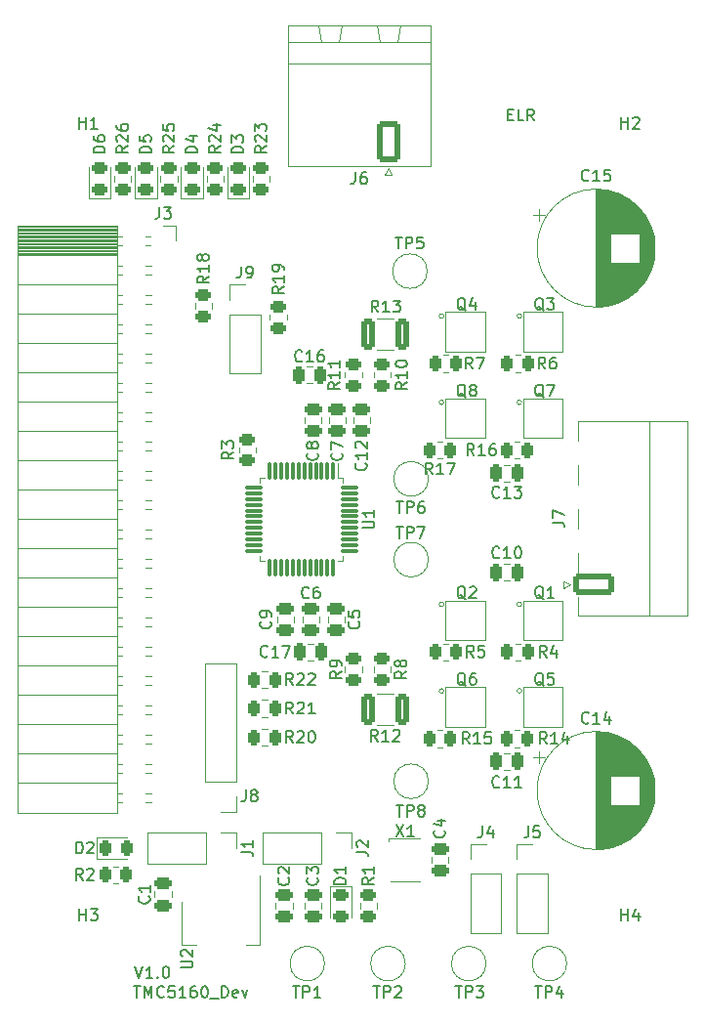
<source format=gto>
%TF.GenerationSoftware,KiCad,Pcbnew,(6.0.5)*%
%TF.CreationDate,2024-12-30T17:36:42+01:00*%
%TF.ProjectId,TMC5160_Dev,544d4335-3136-4305-9f44-65762e6b6963,rev?*%
%TF.SameCoordinates,Original*%
%TF.FileFunction,Legend,Top*%
%TF.FilePolarity,Positive*%
%FSLAX46Y46*%
G04 Gerber Fmt 4.6, Leading zero omitted, Abs format (unit mm)*
G04 Created by KiCad (PCBNEW (6.0.5)) date 2024-12-30 17:36:42*
%MOMM*%
%LPD*%
G01*
G04 APERTURE LIST*
G04 Aperture macros list*
%AMRoundRect*
0 Rectangle with rounded corners*
0 $1 Rounding radius*
0 $2 $3 $4 $5 $6 $7 $8 $9 X,Y pos of 4 corners*
0 Add a 4 corners polygon primitive as box body*
4,1,4,$2,$3,$4,$5,$6,$7,$8,$9,$2,$3,0*
0 Add four circle primitives for the rounded corners*
1,1,$1+$1,$2,$3*
1,1,$1+$1,$4,$5*
1,1,$1+$1,$6,$7*
1,1,$1+$1,$8,$9*
0 Add four rect primitives between the rounded corners*
20,1,$1+$1,$2,$3,$4,$5,0*
20,1,$1+$1,$4,$5,$6,$7,0*
20,1,$1+$1,$6,$7,$8,$9,0*
20,1,$1+$1,$8,$9,$2,$3,0*%
G04 Aperture macros list end*
%ADD10C,0.150000*%
%ADD11C,0.120000*%
%ADD12R,2.000000X2.000000*%
%ADD13C,2.000000*%
%ADD14RoundRect,0.243750X0.456250X-0.243750X0.456250X0.243750X-0.456250X0.243750X-0.456250X-0.243750X0*%
%ADD15RoundRect,0.250000X-0.475000X0.250000X-0.475000X-0.250000X0.475000X-0.250000X0.475000X0.250000X0*%
%ADD16R,0.400000X0.300000*%
%ADD17R,0.600000X0.300000*%
%ADD18R,1.740000X2.450000*%
%ADD19RoundRect,0.250000X0.475000X-0.250000X0.475000X0.250000X-0.475000X0.250000X-0.475000X-0.250000X0*%
%ADD20RoundRect,0.250000X0.250000X0.475000X-0.250000X0.475000X-0.250000X-0.475000X0.250000X-0.475000X0*%
%ADD21RoundRect,0.250000X-0.262500X-0.450000X0.262500X-0.450000X0.262500X0.450000X-0.262500X0.450000X0*%
%ADD22RoundRect,0.250000X0.262500X0.450000X-0.262500X0.450000X-0.262500X-0.450000X0.262500X-0.450000X0*%
%ADD23RoundRect,0.249999X0.790001X1.550001X-0.790001X1.550001X-0.790001X-1.550001X0.790001X-1.550001X0*%
%ADD24O,2.080000X3.600000*%
%ADD25R,1.700000X1.700000*%
%ADD26O,1.700000X1.700000*%
%ADD27C,6.400000*%
%ADD28RoundRect,0.250000X0.450000X-0.262500X0.450000X0.262500X-0.450000X0.262500X-0.450000X-0.262500X0*%
%ADD29RoundRect,0.250000X0.312500X1.075000X-0.312500X1.075000X-0.312500X-1.075000X0.312500X-1.075000X0*%
%ADD30RoundRect,0.243750X-0.243750X-0.456250X0.243750X-0.456250X0.243750X0.456250X-0.243750X0.456250X0*%
%ADD31RoundRect,0.075000X-0.075000X0.662500X-0.075000X-0.662500X0.075000X-0.662500X0.075000X0.662500X0*%
%ADD32RoundRect,0.075000X-0.662500X0.075000X-0.662500X-0.075000X0.662500X-0.075000X0.662500X0.075000X0*%
%ADD33R,5.000000X5.000000*%
%ADD34RoundRect,0.250000X-0.250000X-0.475000X0.250000X-0.475000X0.250000X0.475000X-0.250000X0.475000X0*%
%ADD35RoundRect,0.250000X1.550000X-0.650000X1.550000X0.650000X-1.550000X0.650000X-1.550000X-0.650000X0*%
%ADD36O,3.600000X1.800000*%
%ADD37R,1.500000X2.000000*%
%ADD38R,3.800000X2.000000*%
%ADD39RoundRect,0.250000X-0.450000X0.262500X-0.450000X-0.262500X0.450000X-0.262500X0.450000X0.262500X0*%
%ADD40RoundRect,0.243750X-0.456250X0.243750X-0.456250X-0.243750X0.456250X-0.243750X0.456250X0.243750X0*%
%ADD41R,0.900000X1.000000*%
G04 APERTURE END LIST*
D10*
X161380952Y-70428571D02*
X161714285Y-70428571D01*
X161857142Y-70952380D02*
X161380952Y-70952380D01*
X161380952Y-69952380D01*
X161857142Y-69952380D01*
X162761904Y-70952380D02*
X162285714Y-70952380D01*
X162285714Y-69952380D01*
X163666666Y-70952380D02*
X163333333Y-70476190D01*
X163095238Y-70952380D02*
X163095238Y-69952380D01*
X163476190Y-69952380D01*
X163571428Y-70000000D01*
X163619047Y-70047619D01*
X163666666Y-70142857D01*
X163666666Y-70285714D01*
X163619047Y-70380952D01*
X163571428Y-70428571D01*
X163476190Y-70476190D01*
X163095238Y-70476190D01*
X129076190Y-144252380D02*
X129409523Y-145252380D01*
X129742857Y-144252380D01*
X130600000Y-145252380D02*
X130028571Y-145252380D01*
X130314285Y-145252380D02*
X130314285Y-144252380D01*
X130219047Y-144395238D01*
X130123809Y-144490476D01*
X130028571Y-144538095D01*
X131028571Y-145157142D02*
X131076190Y-145204761D01*
X131028571Y-145252380D01*
X130980952Y-145204761D01*
X131028571Y-145157142D01*
X131028571Y-145252380D01*
X131695238Y-144252380D02*
X131790476Y-144252380D01*
X131885714Y-144300000D01*
X131933333Y-144347619D01*
X131980952Y-144442857D01*
X132028571Y-144633333D01*
X132028571Y-144871428D01*
X131980952Y-145061904D01*
X131933333Y-145157142D01*
X131885714Y-145204761D01*
X131790476Y-145252380D01*
X131695238Y-145252380D01*
X131600000Y-145204761D01*
X131552380Y-145157142D01*
X131504761Y-145061904D01*
X131457142Y-144871428D01*
X131457142Y-144633333D01*
X131504761Y-144442857D01*
X131552380Y-144347619D01*
X131600000Y-144300000D01*
X131695238Y-144252380D01*
X128947619Y-145952380D02*
X129519047Y-145952380D01*
X129233333Y-146952380D02*
X129233333Y-145952380D01*
X129852380Y-146952380D02*
X129852380Y-145952380D01*
X130185714Y-146666666D01*
X130519047Y-145952380D01*
X130519047Y-146952380D01*
X131566666Y-146857142D02*
X131519047Y-146904761D01*
X131376190Y-146952380D01*
X131280952Y-146952380D01*
X131138095Y-146904761D01*
X131042857Y-146809523D01*
X130995238Y-146714285D01*
X130947619Y-146523809D01*
X130947619Y-146380952D01*
X130995238Y-146190476D01*
X131042857Y-146095238D01*
X131138095Y-146000000D01*
X131280952Y-145952380D01*
X131376190Y-145952380D01*
X131519047Y-146000000D01*
X131566666Y-146047619D01*
X132471428Y-145952380D02*
X131995238Y-145952380D01*
X131947619Y-146428571D01*
X131995238Y-146380952D01*
X132090476Y-146333333D01*
X132328571Y-146333333D01*
X132423809Y-146380952D01*
X132471428Y-146428571D01*
X132519047Y-146523809D01*
X132519047Y-146761904D01*
X132471428Y-146857142D01*
X132423809Y-146904761D01*
X132328571Y-146952380D01*
X132090476Y-146952380D01*
X131995238Y-146904761D01*
X131947619Y-146857142D01*
X133471428Y-146952380D02*
X132900000Y-146952380D01*
X133185714Y-146952380D02*
X133185714Y-145952380D01*
X133090476Y-146095238D01*
X132995238Y-146190476D01*
X132900000Y-146238095D01*
X134328571Y-145952380D02*
X134138095Y-145952380D01*
X134042857Y-146000000D01*
X133995238Y-146047619D01*
X133900000Y-146190476D01*
X133852380Y-146380952D01*
X133852380Y-146761904D01*
X133900000Y-146857142D01*
X133947619Y-146904761D01*
X134042857Y-146952380D01*
X134233333Y-146952380D01*
X134328571Y-146904761D01*
X134376190Y-146857142D01*
X134423809Y-146761904D01*
X134423809Y-146523809D01*
X134376190Y-146428571D01*
X134328571Y-146380952D01*
X134233333Y-146333333D01*
X134042857Y-146333333D01*
X133947619Y-146380952D01*
X133900000Y-146428571D01*
X133852380Y-146523809D01*
X135042857Y-145952380D02*
X135138095Y-145952380D01*
X135233333Y-146000000D01*
X135280952Y-146047619D01*
X135328571Y-146142857D01*
X135376190Y-146333333D01*
X135376190Y-146571428D01*
X135328571Y-146761904D01*
X135280952Y-146857142D01*
X135233333Y-146904761D01*
X135138095Y-146952380D01*
X135042857Y-146952380D01*
X134947619Y-146904761D01*
X134900000Y-146857142D01*
X134852380Y-146761904D01*
X134804761Y-146571428D01*
X134804761Y-146333333D01*
X134852380Y-146142857D01*
X134900000Y-146047619D01*
X134947619Y-146000000D01*
X135042857Y-145952380D01*
X135566666Y-147047619D02*
X136328571Y-147047619D01*
X136566666Y-146952380D02*
X136566666Y-145952380D01*
X136804761Y-145952380D01*
X136947619Y-146000000D01*
X137042857Y-146095238D01*
X137090476Y-146190476D01*
X137138095Y-146380952D01*
X137138095Y-146523809D01*
X137090476Y-146714285D01*
X137042857Y-146809523D01*
X136947619Y-146904761D01*
X136804761Y-146952380D01*
X136566666Y-146952380D01*
X137947619Y-146904761D02*
X137852380Y-146952380D01*
X137661904Y-146952380D01*
X137566666Y-146904761D01*
X137519047Y-146809523D01*
X137519047Y-146428571D01*
X137566666Y-146333333D01*
X137661904Y-146285714D01*
X137852380Y-146285714D01*
X137947619Y-146333333D01*
X137995238Y-146428571D01*
X137995238Y-146523809D01*
X137519047Y-146619047D01*
X138328571Y-146285714D02*
X138566666Y-146952380D01*
X138804761Y-146285714D01*
%TO.C,C15*%
X168399465Y-76107142D02*
X168351846Y-76154761D01*
X168208989Y-76202380D01*
X168113751Y-76202380D01*
X167970894Y-76154761D01*
X167875656Y-76059523D01*
X167828037Y-75964285D01*
X167780418Y-75773809D01*
X167780418Y-75630952D01*
X167828037Y-75440476D01*
X167875656Y-75345238D01*
X167970894Y-75250000D01*
X168113751Y-75202380D01*
X168208989Y-75202380D01*
X168351846Y-75250000D01*
X168399465Y-75297619D01*
X169351846Y-76202380D02*
X168780418Y-76202380D01*
X169066132Y-76202380D02*
X169066132Y-75202380D01*
X168970894Y-75345238D01*
X168875656Y-75440476D01*
X168780418Y-75488095D01*
X170256608Y-75202380D02*
X169780418Y-75202380D01*
X169732799Y-75678571D01*
X169780418Y-75630952D01*
X169875656Y-75583333D01*
X170113751Y-75583333D01*
X170208989Y-75630952D01*
X170256608Y-75678571D01*
X170304227Y-75773809D01*
X170304227Y-76011904D01*
X170256608Y-76107142D01*
X170208989Y-76154761D01*
X170113751Y-76202380D01*
X169875656Y-76202380D01*
X169780418Y-76154761D01*
X169732799Y-76107142D01*
%TO.C,D3*%
X138452380Y-73738095D02*
X137452380Y-73738095D01*
X137452380Y-73500000D01*
X137500000Y-73357142D01*
X137595238Y-73261904D01*
X137690476Y-73214285D01*
X137880952Y-73166666D01*
X138023809Y-73166666D01*
X138214285Y-73214285D01*
X138309523Y-73261904D01*
X138404761Y-73357142D01*
X138452380Y-73500000D01*
X138452380Y-73738095D01*
X137452380Y-72833333D02*
X137452380Y-72214285D01*
X137833333Y-72547619D01*
X137833333Y-72404761D01*
X137880952Y-72309523D01*
X137928571Y-72261904D01*
X138023809Y-72214285D01*
X138261904Y-72214285D01*
X138357142Y-72261904D01*
X138404761Y-72309523D01*
X138452380Y-72404761D01*
X138452380Y-72690476D01*
X138404761Y-72785714D01*
X138357142Y-72833333D01*
%TO.C,C6*%
X144133333Y-112257142D02*
X144085714Y-112304761D01*
X143942857Y-112352380D01*
X143847619Y-112352380D01*
X143704761Y-112304761D01*
X143609523Y-112209523D01*
X143561904Y-112114285D01*
X143514285Y-111923809D01*
X143514285Y-111780952D01*
X143561904Y-111590476D01*
X143609523Y-111495238D01*
X143704761Y-111400000D01*
X143847619Y-111352380D01*
X143942857Y-111352380D01*
X144085714Y-111400000D01*
X144133333Y-111447619D01*
X144990476Y-111352380D02*
X144800000Y-111352380D01*
X144704761Y-111400000D01*
X144657142Y-111447619D01*
X144561904Y-111590476D01*
X144514285Y-111780952D01*
X144514285Y-112161904D01*
X144561904Y-112257142D01*
X144609523Y-112304761D01*
X144704761Y-112352380D01*
X144895238Y-112352380D01*
X144990476Y-112304761D01*
X145038095Y-112257142D01*
X145085714Y-112161904D01*
X145085714Y-111923809D01*
X145038095Y-111828571D01*
X144990476Y-111780952D01*
X144895238Y-111733333D01*
X144704761Y-111733333D01*
X144609523Y-111780952D01*
X144561904Y-111828571D01*
X144514285Y-111923809D01*
%TO.C,Q7*%
X164494761Y-94922619D02*
X164399523Y-94875000D01*
X164304285Y-94779761D01*
X164161428Y-94636904D01*
X164066190Y-94589285D01*
X163970952Y-94589285D01*
X164018571Y-94827380D02*
X163923333Y-94779761D01*
X163828095Y-94684523D01*
X163780476Y-94494047D01*
X163780476Y-94160714D01*
X163828095Y-93970238D01*
X163923333Y-93875000D01*
X164018571Y-93827380D01*
X164209047Y-93827380D01*
X164304285Y-93875000D01*
X164399523Y-93970238D01*
X164447142Y-94160714D01*
X164447142Y-94494047D01*
X164399523Y-94684523D01*
X164304285Y-94779761D01*
X164209047Y-94827380D01*
X164018571Y-94827380D01*
X164780476Y-93827380D02*
X165447142Y-93827380D01*
X165018571Y-94827380D01*
%TO.C,C3*%
X144857142Y-136566666D02*
X144904761Y-136614285D01*
X144952380Y-136757142D01*
X144952380Y-136852380D01*
X144904761Y-136995238D01*
X144809523Y-137090476D01*
X144714285Y-137138095D01*
X144523809Y-137185714D01*
X144380952Y-137185714D01*
X144190476Y-137138095D01*
X144095238Y-137090476D01*
X144000000Y-136995238D01*
X143952380Y-136852380D01*
X143952380Y-136757142D01*
X144000000Y-136614285D01*
X144047619Y-136566666D01*
X143952380Y-136233333D02*
X143952380Y-135614285D01*
X144333333Y-135947619D01*
X144333333Y-135804761D01*
X144380952Y-135709523D01*
X144428571Y-135661904D01*
X144523809Y-135614285D01*
X144761904Y-135614285D01*
X144857142Y-135661904D01*
X144904761Y-135709523D01*
X144952380Y-135804761D01*
X144952380Y-136090476D01*
X144904761Y-136185714D01*
X144857142Y-136233333D01*
%TO.C,C16*%
X143557142Y-91757142D02*
X143509523Y-91804761D01*
X143366666Y-91852380D01*
X143271428Y-91852380D01*
X143128571Y-91804761D01*
X143033333Y-91709523D01*
X142985714Y-91614285D01*
X142938095Y-91423809D01*
X142938095Y-91280952D01*
X142985714Y-91090476D01*
X143033333Y-90995238D01*
X143128571Y-90900000D01*
X143271428Y-90852380D01*
X143366666Y-90852380D01*
X143509523Y-90900000D01*
X143557142Y-90947619D01*
X144509523Y-91852380D02*
X143938095Y-91852380D01*
X144223809Y-91852380D02*
X144223809Y-90852380D01*
X144128571Y-90995238D01*
X144033333Y-91090476D01*
X143938095Y-91138095D01*
X145366666Y-90852380D02*
X145176190Y-90852380D01*
X145080952Y-90900000D01*
X145033333Y-90947619D01*
X144938095Y-91090476D01*
X144890476Y-91280952D01*
X144890476Y-91661904D01*
X144938095Y-91757142D01*
X144985714Y-91804761D01*
X145080952Y-91852380D01*
X145271428Y-91852380D01*
X145366666Y-91804761D01*
X145414285Y-91757142D01*
X145461904Y-91661904D01*
X145461904Y-91423809D01*
X145414285Y-91328571D01*
X145366666Y-91280952D01*
X145271428Y-91233333D01*
X145080952Y-91233333D01*
X144985714Y-91280952D01*
X144938095Y-91328571D01*
X144890476Y-91423809D01*
%TO.C,R21*%
X142757142Y-122352380D02*
X142423809Y-121876190D01*
X142185714Y-122352380D02*
X142185714Y-121352380D01*
X142566666Y-121352380D01*
X142661904Y-121400000D01*
X142709523Y-121447619D01*
X142757142Y-121542857D01*
X142757142Y-121685714D01*
X142709523Y-121780952D01*
X142661904Y-121828571D01*
X142566666Y-121876190D01*
X142185714Y-121876190D01*
X143138095Y-121447619D02*
X143185714Y-121400000D01*
X143280952Y-121352380D01*
X143519047Y-121352380D01*
X143614285Y-121400000D01*
X143661904Y-121447619D01*
X143709523Y-121542857D01*
X143709523Y-121638095D01*
X143661904Y-121780952D01*
X143090476Y-122352380D01*
X143709523Y-122352380D01*
X144661904Y-122352380D02*
X144090476Y-122352380D01*
X144376190Y-122352380D02*
X144376190Y-121352380D01*
X144280952Y-121495238D01*
X144185714Y-121590476D01*
X144090476Y-121638095D01*
%TO.C,Q2*%
X157744761Y-112422619D02*
X157649523Y-112375000D01*
X157554285Y-112279761D01*
X157411428Y-112136904D01*
X157316190Y-112089285D01*
X157220952Y-112089285D01*
X157268571Y-112327380D02*
X157173333Y-112279761D01*
X157078095Y-112184523D01*
X157030476Y-111994047D01*
X157030476Y-111660714D01*
X157078095Y-111470238D01*
X157173333Y-111375000D01*
X157268571Y-111327380D01*
X157459047Y-111327380D01*
X157554285Y-111375000D01*
X157649523Y-111470238D01*
X157697142Y-111660714D01*
X157697142Y-111994047D01*
X157649523Y-112184523D01*
X157554285Y-112279761D01*
X157459047Y-112327380D01*
X157268571Y-112327380D01*
X158078095Y-111422619D02*
X158125714Y-111375000D01*
X158220952Y-111327380D01*
X158459047Y-111327380D01*
X158554285Y-111375000D01*
X158601904Y-111422619D01*
X158649523Y-111517857D01*
X158649523Y-111613095D01*
X158601904Y-111755952D01*
X158030476Y-112327380D01*
X158649523Y-112327380D01*
%TO.C,R15*%
X158057142Y-124952380D02*
X157723809Y-124476190D01*
X157485714Y-124952380D02*
X157485714Y-123952380D01*
X157866666Y-123952380D01*
X157961904Y-124000000D01*
X158009523Y-124047619D01*
X158057142Y-124142857D01*
X158057142Y-124285714D01*
X158009523Y-124380952D01*
X157961904Y-124428571D01*
X157866666Y-124476190D01*
X157485714Y-124476190D01*
X159009523Y-124952380D02*
X158438095Y-124952380D01*
X158723809Y-124952380D02*
X158723809Y-123952380D01*
X158628571Y-124095238D01*
X158533333Y-124190476D01*
X158438095Y-124238095D01*
X159914285Y-123952380D02*
X159438095Y-123952380D01*
X159390476Y-124428571D01*
X159438095Y-124380952D01*
X159533333Y-124333333D01*
X159771428Y-124333333D01*
X159866666Y-124380952D01*
X159914285Y-124428571D01*
X159961904Y-124523809D01*
X159961904Y-124761904D01*
X159914285Y-124857142D01*
X159866666Y-124904761D01*
X159771428Y-124952380D01*
X159533333Y-124952380D01*
X159438095Y-124904761D01*
X159390476Y-124857142D01*
%TO.C,J6*%
X148166666Y-75429880D02*
X148166666Y-76144166D01*
X148119047Y-76287023D01*
X148023809Y-76382261D01*
X147880952Y-76429880D01*
X147785714Y-76429880D01*
X149071428Y-75429880D02*
X148880952Y-75429880D01*
X148785714Y-75477500D01*
X148738095Y-75525119D01*
X148642857Y-75667976D01*
X148595238Y-75858452D01*
X148595238Y-76239404D01*
X148642857Y-76334642D01*
X148690476Y-76382261D01*
X148785714Y-76429880D01*
X148976190Y-76429880D01*
X149071428Y-76382261D01*
X149119047Y-76334642D01*
X149166666Y-76239404D01*
X149166666Y-76001309D01*
X149119047Y-75906071D01*
X149071428Y-75858452D01*
X148976190Y-75810833D01*
X148785714Y-75810833D01*
X148690476Y-75858452D01*
X148642857Y-75906071D01*
X148595238Y-76001309D01*
%TO.C,Q5*%
X164494761Y-119922619D02*
X164399523Y-119875000D01*
X164304285Y-119779761D01*
X164161428Y-119636904D01*
X164066190Y-119589285D01*
X163970952Y-119589285D01*
X164018571Y-119827380D02*
X163923333Y-119779761D01*
X163828095Y-119684523D01*
X163780476Y-119494047D01*
X163780476Y-119160714D01*
X163828095Y-118970238D01*
X163923333Y-118875000D01*
X164018571Y-118827380D01*
X164209047Y-118827380D01*
X164304285Y-118875000D01*
X164399523Y-118970238D01*
X164447142Y-119160714D01*
X164447142Y-119494047D01*
X164399523Y-119684523D01*
X164304285Y-119779761D01*
X164209047Y-119827380D01*
X164018571Y-119827380D01*
X165351904Y-118827380D02*
X164875714Y-118827380D01*
X164828095Y-119303571D01*
X164875714Y-119255952D01*
X164970952Y-119208333D01*
X165209047Y-119208333D01*
X165304285Y-119255952D01*
X165351904Y-119303571D01*
X165399523Y-119398809D01*
X165399523Y-119636904D01*
X165351904Y-119732142D01*
X165304285Y-119779761D01*
X165209047Y-119827380D01*
X164970952Y-119827380D01*
X164875714Y-119779761D01*
X164828095Y-119732142D01*
%TO.C,C1*%
X130257142Y-138166666D02*
X130304761Y-138214285D01*
X130352380Y-138357142D01*
X130352380Y-138452380D01*
X130304761Y-138595238D01*
X130209523Y-138690476D01*
X130114285Y-138738095D01*
X129923809Y-138785714D01*
X129780952Y-138785714D01*
X129590476Y-138738095D01*
X129495238Y-138690476D01*
X129400000Y-138595238D01*
X129352380Y-138452380D01*
X129352380Y-138357142D01*
X129400000Y-138214285D01*
X129447619Y-138166666D01*
X130352380Y-137214285D02*
X130352380Y-137785714D01*
X130352380Y-137500000D02*
X129352380Y-137500000D01*
X129495238Y-137595238D01*
X129590476Y-137690476D01*
X129638095Y-137785714D01*
%TO.C,R6*%
X164633333Y-92452380D02*
X164300000Y-91976190D01*
X164061904Y-92452380D02*
X164061904Y-91452380D01*
X164442857Y-91452380D01*
X164538095Y-91500000D01*
X164585714Y-91547619D01*
X164633333Y-91642857D01*
X164633333Y-91785714D01*
X164585714Y-91880952D01*
X164538095Y-91928571D01*
X164442857Y-91976190D01*
X164061904Y-91976190D01*
X165490476Y-91452380D02*
X165300000Y-91452380D01*
X165204761Y-91500000D01*
X165157142Y-91547619D01*
X165061904Y-91690476D01*
X165014285Y-91880952D01*
X165014285Y-92261904D01*
X165061904Y-92357142D01*
X165109523Y-92404761D01*
X165204761Y-92452380D01*
X165395238Y-92452380D01*
X165490476Y-92404761D01*
X165538095Y-92357142D01*
X165585714Y-92261904D01*
X165585714Y-92023809D01*
X165538095Y-91928571D01*
X165490476Y-91880952D01*
X165395238Y-91833333D01*
X165204761Y-91833333D01*
X165109523Y-91880952D01*
X165061904Y-91928571D01*
X165014285Y-92023809D01*
%TO.C,J9*%
X138266666Y-83582380D02*
X138266666Y-84296666D01*
X138219047Y-84439523D01*
X138123809Y-84534761D01*
X137980952Y-84582380D01*
X137885714Y-84582380D01*
X138790476Y-84582380D02*
X138980952Y-84582380D01*
X139076190Y-84534761D01*
X139123809Y-84487142D01*
X139219047Y-84344285D01*
X139266666Y-84153809D01*
X139266666Y-83772857D01*
X139219047Y-83677619D01*
X139171428Y-83630000D01*
X139076190Y-83582380D01*
X138885714Y-83582380D01*
X138790476Y-83630000D01*
X138742857Y-83677619D01*
X138695238Y-83772857D01*
X138695238Y-84010952D01*
X138742857Y-84106190D01*
X138790476Y-84153809D01*
X138885714Y-84201428D01*
X139076190Y-84201428D01*
X139171428Y-84153809D01*
X139219047Y-84106190D01*
X139266666Y-84010952D01*
%TO.C,Q8*%
X157744761Y-94922619D02*
X157649523Y-94875000D01*
X157554285Y-94779761D01*
X157411428Y-94636904D01*
X157316190Y-94589285D01*
X157220952Y-94589285D01*
X157268571Y-94827380D02*
X157173333Y-94779761D01*
X157078095Y-94684523D01*
X157030476Y-94494047D01*
X157030476Y-94160714D01*
X157078095Y-93970238D01*
X157173333Y-93875000D01*
X157268571Y-93827380D01*
X157459047Y-93827380D01*
X157554285Y-93875000D01*
X157649523Y-93970238D01*
X157697142Y-94160714D01*
X157697142Y-94494047D01*
X157649523Y-94684523D01*
X157554285Y-94779761D01*
X157459047Y-94827380D01*
X157268571Y-94827380D01*
X158268571Y-94255952D02*
X158173333Y-94208333D01*
X158125714Y-94160714D01*
X158078095Y-94065476D01*
X158078095Y-94017857D01*
X158125714Y-93922619D01*
X158173333Y-93875000D01*
X158268571Y-93827380D01*
X158459047Y-93827380D01*
X158554285Y-93875000D01*
X158601904Y-93922619D01*
X158649523Y-94017857D01*
X158649523Y-94065476D01*
X158601904Y-94160714D01*
X158554285Y-94208333D01*
X158459047Y-94255952D01*
X158268571Y-94255952D01*
X158173333Y-94303571D01*
X158125714Y-94351190D01*
X158078095Y-94446428D01*
X158078095Y-94636904D01*
X158125714Y-94732142D01*
X158173333Y-94779761D01*
X158268571Y-94827380D01*
X158459047Y-94827380D01*
X158554285Y-94779761D01*
X158601904Y-94732142D01*
X158649523Y-94636904D01*
X158649523Y-94446428D01*
X158601904Y-94351190D01*
X158554285Y-94303571D01*
X158459047Y-94255952D01*
%TO.C,H2*%
X171238095Y-71652380D02*
X171238095Y-70652380D01*
X171238095Y-71128571D02*
X171809523Y-71128571D01*
X171809523Y-71652380D02*
X171809523Y-70652380D01*
X172238095Y-70747619D02*
X172285714Y-70700000D01*
X172380952Y-70652380D01*
X172619047Y-70652380D01*
X172714285Y-70700000D01*
X172761904Y-70747619D01*
X172809523Y-70842857D01*
X172809523Y-70938095D01*
X172761904Y-71080952D01*
X172190476Y-71652380D01*
X172809523Y-71652380D01*
%TO.C,C17*%
X140557142Y-117357142D02*
X140509523Y-117404761D01*
X140366666Y-117452380D01*
X140271428Y-117452380D01*
X140128571Y-117404761D01*
X140033333Y-117309523D01*
X139985714Y-117214285D01*
X139938095Y-117023809D01*
X139938095Y-116880952D01*
X139985714Y-116690476D01*
X140033333Y-116595238D01*
X140128571Y-116500000D01*
X140271428Y-116452380D01*
X140366666Y-116452380D01*
X140509523Y-116500000D01*
X140557142Y-116547619D01*
X141509523Y-117452380D02*
X140938095Y-117452380D01*
X141223809Y-117452380D02*
X141223809Y-116452380D01*
X141128571Y-116595238D01*
X141033333Y-116690476D01*
X140938095Y-116738095D01*
X141842857Y-116452380D02*
X142509523Y-116452380D01*
X142080952Y-117452380D01*
%TO.C,R17*%
X154857142Y-101602380D02*
X154523809Y-101126190D01*
X154285714Y-101602380D02*
X154285714Y-100602380D01*
X154666666Y-100602380D01*
X154761904Y-100650000D01*
X154809523Y-100697619D01*
X154857142Y-100792857D01*
X154857142Y-100935714D01*
X154809523Y-101030952D01*
X154761904Y-101078571D01*
X154666666Y-101126190D01*
X154285714Y-101126190D01*
X155809523Y-101602380D02*
X155238095Y-101602380D01*
X155523809Y-101602380D02*
X155523809Y-100602380D01*
X155428571Y-100745238D01*
X155333333Y-100840476D01*
X155238095Y-100888095D01*
X156142857Y-100602380D02*
X156809523Y-100602380D01*
X156380952Y-101602380D01*
%TO.C,R19*%
X141952380Y-85342857D02*
X141476190Y-85676190D01*
X141952380Y-85914285D02*
X140952380Y-85914285D01*
X140952380Y-85533333D01*
X141000000Y-85438095D01*
X141047619Y-85390476D01*
X141142857Y-85342857D01*
X141285714Y-85342857D01*
X141380952Y-85390476D01*
X141428571Y-85438095D01*
X141476190Y-85533333D01*
X141476190Y-85914285D01*
X141952380Y-84390476D02*
X141952380Y-84961904D01*
X141952380Y-84676190D02*
X140952380Y-84676190D01*
X141095238Y-84771428D01*
X141190476Y-84866666D01*
X141238095Y-84961904D01*
X141952380Y-83914285D02*
X141952380Y-83723809D01*
X141904761Y-83628571D01*
X141857142Y-83580952D01*
X141714285Y-83485714D01*
X141523809Y-83438095D01*
X141142857Y-83438095D01*
X141047619Y-83485714D01*
X141000000Y-83533333D01*
X140952380Y-83628571D01*
X140952380Y-83819047D01*
X141000000Y-83914285D01*
X141047619Y-83961904D01*
X141142857Y-84009523D01*
X141380952Y-84009523D01*
X141476190Y-83961904D01*
X141523809Y-83914285D01*
X141571428Y-83819047D01*
X141571428Y-83628571D01*
X141523809Y-83533333D01*
X141476190Y-83485714D01*
X141380952Y-83438095D01*
%TO.C,H4*%
X171238095Y-140252380D02*
X171238095Y-139252380D01*
X171238095Y-139728571D02*
X171809523Y-139728571D01*
X171809523Y-140252380D02*
X171809523Y-139252380D01*
X172714285Y-139585714D02*
X172714285Y-140252380D01*
X172476190Y-139204761D02*
X172238095Y-139919047D01*
X172857142Y-139919047D01*
%TO.C,R12*%
X150107142Y-124732380D02*
X149773809Y-124256190D01*
X149535714Y-124732380D02*
X149535714Y-123732380D01*
X149916666Y-123732380D01*
X150011904Y-123780000D01*
X150059523Y-123827619D01*
X150107142Y-123922857D01*
X150107142Y-124065714D01*
X150059523Y-124160952D01*
X150011904Y-124208571D01*
X149916666Y-124256190D01*
X149535714Y-124256190D01*
X151059523Y-124732380D02*
X150488095Y-124732380D01*
X150773809Y-124732380D02*
X150773809Y-123732380D01*
X150678571Y-123875238D01*
X150583333Y-123970476D01*
X150488095Y-124018095D01*
X151440476Y-123827619D02*
X151488095Y-123780000D01*
X151583333Y-123732380D01*
X151821428Y-123732380D01*
X151916666Y-123780000D01*
X151964285Y-123827619D01*
X152011904Y-123922857D01*
X152011904Y-124018095D01*
X151964285Y-124160952D01*
X151392857Y-124732380D01*
X152011904Y-124732380D01*
%TO.C,R20*%
X142757142Y-124852380D02*
X142423809Y-124376190D01*
X142185714Y-124852380D02*
X142185714Y-123852380D01*
X142566666Y-123852380D01*
X142661904Y-123900000D01*
X142709523Y-123947619D01*
X142757142Y-124042857D01*
X142757142Y-124185714D01*
X142709523Y-124280952D01*
X142661904Y-124328571D01*
X142566666Y-124376190D01*
X142185714Y-124376190D01*
X143138095Y-123947619D02*
X143185714Y-123900000D01*
X143280952Y-123852380D01*
X143519047Y-123852380D01*
X143614285Y-123900000D01*
X143661904Y-123947619D01*
X143709523Y-124042857D01*
X143709523Y-124138095D01*
X143661904Y-124280952D01*
X143090476Y-124852380D01*
X143709523Y-124852380D01*
X144328571Y-123852380D02*
X144423809Y-123852380D01*
X144519047Y-123900000D01*
X144566666Y-123947619D01*
X144614285Y-124042857D01*
X144661904Y-124233333D01*
X144661904Y-124471428D01*
X144614285Y-124661904D01*
X144566666Y-124757142D01*
X144519047Y-124804761D01*
X144423809Y-124852380D01*
X144328571Y-124852380D01*
X144233333Y-124804761D01*
X144185714Y-124757142D01*
X144138095Y-124661904D01*
X144090476Y-124471428D01*
X144090476Y-124233333D01*
X144138095Y-124042857D01*
X144185714Y-123947619D01*
X144233333Y-123900000D01*
X144328571Y-123852380D01*
%TO.C,C12*%
X149057142Y-100642857D02*
X149104761Y-100690476D01*
X149152380Y-100833333D01*
X149152380Y-100928571D01*
X149104761Y-101071428D01*
X149009523Y-101166666D01*
X148914285Y-101214285D01*
X148723809Y-101261904D01*
X148580952Y-101261904D01*
X148390476Y-101214285D01*
X148295238Y-101166666D01*
X148200000Y-101071428D01*
X148152380Y-100928571D01*
X148152380Y-100833333D01*
X148200000Y-100690476D01*
X148247619Y-100642857D01*
X149152380Y-99690476D02*
X149152380Y-100261904D01*
X149152380Y-99976190D02*
X148152380Y-99976190D01*
X148295238Y-100071428D01*
X148390476Y-100166666D01*
X148438095Y-100261904D01*
X148247619Y-99309523D02*
X148200000Y-99261904D01*
X148152380Y-99166666D01*
X148152380Y-98928571D01*
X148200000Y-98833333D01*
X148247619Y-98785714D01*
X148342857Y-98738095D01*
X148438095Y-98738095D01*
X148580952Y-98785714D01*
X149152380Y-99357142D01*
X149152380Y-98738095D01*
%TO.C,D2*%
X123961904Y-134452380D02*
X123961904Y-133452380D01*
X124200000Y-133452380D01*
X124342857Y-133500000D01*
X124438095Y-133595238D01*
X124485714Y-133690476D01*
X124533333Y-133880952D01*
X124533333Y-134023809D01*
X124485714Y-134214285D01*
X124438095Y-134309523D01*
X124342857Y-134404761D01*
X124200000Y-134452380D01*
X123961904Y-134452380D01*
X124914285Y-133547619D02*
X124961904Y-133500000D01*
X125057142Y-133452380D01*
X125295238Y-133452380D01*
X125390476Y-133500000D01*
X125438095Y-133547619D01*
X125485714Y-133642857D01*
X125485714Y-133738095D01*
X125438095Y-133880952D01*
X124866666Y-134452380D01*
X125485714Y-134452380D01*
%TO.C,C5*%
X148457142Y-114366666D02*
X148504761Y-114414285D01*
X148552380Y-114557142D01*
X148552380Y-114652380D01*
X148504761Y-114795238D01*
X148409523Y-114890476D01*
X148314285Y-114938095D01*
X148123809Y-114985714D01*
X147980952Y-114985714D01*
X147790476Y-114938095D01*
X147695238Y-114890476D01*
X147600000Y-114795238D01*
X147552380Y-114652380D01*
X147552380Y-114557142D01*
X147600000Y-114414285D01*
X147647619Y-114366666D01*
X147552380Y-113461904D02*
X147552380Y-113938095D01*
X148028571Y-113985714D01*
X147980952Y-113938095D01*
X147933333Y-113842857D01*
X147933333Y-113604761D01*
X147980952Y-113509523D01*
X148028571Y-113461904D01*
X148123809Y-113414285D01*
X148361904Y-113414285D01*
X148457142Y-113461904D01*
X148504761Y-113509523D01*
X148552380Y-113604761D01*
X148552380Y-113842857D01*
X148504761Y-113938095D01*
X148457142Y-113985714D01*
%TO.C,D4*%
X134452380Y-73738095D02*
X133452380Y-73738095D01*
X133452380Y-73500000D01*
X133500000Y-73357142D01*
X133595238Y-73261904D01*
X133690476Y-73214285D01*
X133880952Y-73166666D01*
X134023809Y-73166666D01*
X134214285Y-73214285D01*
X134309523Y-73261904D01*
X134404761Y-73357142D01*
X134452380Y-73500000D01*
X134452380Y-73738095D01*
X133785714Y-72309523D02*
X134452380Y-72309523D01*
X133404761Y-72547619D02*
X134119047Y-72785714D01*
X134119047Y-72166666D01*
%TO.C,TP5*%
X151638095Y-81052380D02*
X152209523Y-81052380D01*
X151923809Y-82052380D02*
X151923809Y-81052380D01*
X152542857Y-82052380D02*
X152542857Y-81052380D01*
X152923809Y-81052380D01*
X153019047Y-81100000D01*
X153066666Y-81147619D01*
X153114285Y-81242857D01*
X153114285Y-81385714D01*
X153066666Y-81480952D01*
X153019047Y-81528571D01*
X152923809Y-81576190D01*
X152542857Y-81576190D01*
X154019047Y-81052380D02*
X153542857Y-81052380D01*
X153495238Y-81528571D01*
X153542857Y-81480952D01*
X153638095Y-81433333D01*
X153876190Y-81433333D01*
X153971428Y-81480952D01*
X154019047Y-81528571D01*
X154066666Y-81623809D01*
X154066666Y-81861904D01*
X154019047Y-81957142D01*
X153971428Y-82004761D01*
X153876190Y-82052380D01*
X153638095Y-82052380D01*
X153542857Y-82004761D01*
X153495238Y-81957142D01*
%TO.C,C9*%
X140777142Y-114366666D02*
X140824761Y-114414285D01*
X140872380Y-114557142D01*
X140872380Y-114652380D01*
X140824761Y-114795238D01*
X140729523Y-114890476D01*
X140634285Y-114938095D01*
X140443809Y-114985714D01*
X140300952Y-114985714D01*
X140110476Y-114938095D01*
X140015238Y-114890476D01*
X139920000Y-114795238D01*
X139872380Y-114652380D01*
X139872380Y-114557142D01*
X139920000Y-114414285D01*
X139967619Y-114366666D01*
X140872380Y-113890476D02*
X140872380Y-113700000D01*
X140824761Y-113604761D01*
X140777142Y-113557142D01*
X140634285Y-113461904D01*
X140443809Y-113414285D01*
X140062857Y-113414285D01*
X139967619Y-113461904D01*
X139920000Y-113509523D01*
X139872380Y-113604761D01*
X139872380Y-113795238D01*
X139920000Y-113890476D01*
X139967619Y-113938095D01*
X140062857Y-113985714D01*
X140300952Y-113985714D01*
X140396190Y-113938095D01*
X140443809Y-113890476D01*
X140491428Y-113795238D01*
X140491428Y-113604761D01*
X140443809Y-113509523D01*
X140396190Y-113461904D01*
X140300952Y-113414285D01*
%TO.C,U1*%
X148802380Y-106261904D02*
X149611904Y-106261904D01*
X149707142Y-106214285D01*
X149754761Y-106166666D01*
X149802380Y-106071428D01*
X149802380Y-105880952D01*
X149754761Y-105785714D01*
X149707142Y-105738095D01*
X149611904Y-105690476D01*
X148802380Y-105690476D01*
X149802380Y-104690476D02*
X149802380Y-105261904D01*
X149802380Y-104976190D02*
X148802380Y-104976190D01*
X148945238Y-105071428D01*
X149040476Y-105166666D01*
X149088095Y-105261904D01*
%TO.C,R22*%
X142757142Y-119852380D02*
X142423809Y-119376190D01*
X142185714Y-119852380D02*
X142185714Y-118852380D01*
X142566666Y-118852380D01*
X142661904Y-118900000D01*
X142709523Y-118947619D01*
X142757142Y-119042857D01*
X142757142Y-119185714D01*
X142709523Y-119280952D01*
X142661904Y-119328571D01*
X142566666Y-119376190D01*
X142185714Y-119376190D01*
X143138095Y-118947619D02*
X143185714Y-118900000D01*
X143280952Y-118852380D01*
X143519047Y-118852380D01*
X143614285Y-118900000D01*
X143661904Y-118947619D01*
X143709523Y-119042857D01*
X143709523Y-119138095D01*
X143661904Y-119280952D01*
X143090476Y-119852380D01*
X143709523Y-119852380D01*
X144090476Y-118947619D02*
X144138095Y-118900000D01*
X144233333Y-118852380D01*
X144471428Y-118852380D01*
X144566666Y-118900000D01*
X144614285Y-118947619D01*
X144661904Y-119042857D01*
X144661904Y-119138095D01*
X144614285Y-119280952D01*
X144042857Y-119852380D01*
X144661904Y-119852380D01*
%TO.C,D6*%
X126452380Y-73738095D02*
X125452380Y-73738095D01*
X125452380Y-73500000D01*
X125500000Y-73357142D01*
X125595238Y-73261904D01*
X125690476Y-73214285D01*
X125880952Y-73166666D01*
X126023809Y-73166666D01*
X126214285Y-73214285D01*
X126309523Y-73261904D01*
X126404761Y-73357142D01*
X126452380Y-73500000D01*
X126452380Y-73738095D01*
X125452380Y-72309523D02*
X125452380Y-72500000D01*
X125500000Y-72595238D01*
X125547619Y-72642857D01*
X125690476Y-72738095D01*
X125880952Y-72785714D01*
X126261904Y-72785714D01*
X126357142Y-72738095D01*
X126404761Y-72690476D01*
X126452380Y-72595238D01*
X126452380Y-72404761D01*
X126404761Y-72309523D01*
X126357142Y-72261904D01*
X126261904Y-72214285D01*
X126023809Y-72214285D01*
X125928571Y-72261904D01*
X125880952Y-72309523D01*
X125833333Y-72404761D01*
X125833333Y-72595238D01*
X125880952Y-72690476D01*
X125928571Y-72738095D01*
X126023809Y-72785714D01*
%TO.C,R10*%
X152652380Y-93642857D02*
X152176190Y-93976190D01*
X152652380Y-94214285D02*
X151652380Y-94214285D01*
X151652380Y-93833333D01*
X151700000Y-93738095D01*
X151747619Y-93690476D01*
X151842857Y-93642857D01*
X151985714Y-93642857D01*
X152080952Y-93690476D01*
X152128571Y-93738095D01*
X152176190Y-93833333D01*
X152176190Y-94214285D01*
X152652380Y-92690476D02*
X152652380Y-93261904D01*
X152652380Y-92976190D02*
X151652380Y-92976190D01*
X151795238Y-93071428D01*
X151890476Y-93166666D01*
X151938095Y-93261904D01*
X151652380Y-92071428D02*
X151652380Y-91976190D01*
X151700000Y-91880952D01*
X151747619Y-91833333D01*
X151842857Y-91785714D01*
X152033333Y-91738095D01*
X152271428Y-91738095D01*
X152461904Y-91785714D01*
X152557142Y-91833333D01*
X152604761Y-91880952D01*
X152652380Y-91976190D01*
X152652380Y-92071428D01*
X152604761Y-92166666D01*
X152557142Y-92214285D01*
X152461904Y-92261904D01*
X152271428Y-92309523D01*
X152033333Y-92309523D01*
X151842857Y-92261904D01*
X151747619Y-92214285D01*
X151700000Y-92166666D01*
X151652380Y-92071428D01*
%TO.C,TP2*%
X149738095Y-145952380D02*
X150309523Y-145952380D01*
X150023809Y-146952380D02*
X150023809Y-145952380D01*
X150642857Y-146952380D02*
X150642857Y-145952380D01*
X151023809Y-145952380D01*
X151119047Y-146000000D01*
X151166666Y-146047619D01*
X151214285Y-146142857D01*
X151214285Y-146285714D01*
X151166666Y-146380952D01*
X151119047Y-146428571D01*
X151023809Y-146476190D01*
X150642857Y-146476190D01*
X151595238Y-146047619D02*
X151642857Y-146000000D01*
X151738095Y-145952380D01*
X151976190Y-145952380D01*
X152071428Y-146000000D01*
X152119047Y-146047619D01*
X152166666Y-146142857D01*
X152166666Y-146238095D01*
X152119047Y-146380952D01*
X151547619Y-146952380D01*
X152166666Y-146952380D01*
%TO.C,Q1*%
X164494761Y-112422619D02*
X164399523Y-112375000D01*
X164304285Y-112279761D01*
X164161428Y-112136904D01*
X164066190Y-112089285D01*
X163970952Y-112089285D01*
X164018571Y-112327380D02*
X163923333Y-112279761D01*
X163828095Y-112184523D01*
X163780476Y-111994047D01*
X163780476Y-111660714D01*
X163828095Y-111470238D01*
X163923333Y-111375000D01*
X164018571Y-111327380D01*
X164209047Y-111327380D01*
X164304285Y-111375000D01*
X164399523Y-111470238D01*
X164447142Y-111660714D01*
X164447142Y-111994047D01*
X164399523Y-112184523D01*
X164304285Y-112279761D01*
X164209047Y-112327380D01*
X164018571Y-112327380D01*
X165399523Y-112327380D02*
X164828095Y-112327380D01*
X165113809Y-112327380D02*
X165113809Y-111327380D01*
X165018571Y-111470238D01*
X164923333Y-111565476D01*
X164828095Y-111613095D01*
%TO.C,C7*%
X146957142Y-99766666D02*
X147004761Y-99814285D01*
X147052380Y-99957142D01*
X147052380Y-100052380D01*
X147004761Y-100195238D01*
X146909523Y-100290476D01*
X146814285Y-100338095D01*
X146623809Y-100385714D01*
X146480952Y-100385714D01*
X146290476Y-100338095D01*
X146195238Y-100290476D01*
X146100000Y-100195238D01*
X146052380Y-100052380D01*
X146052380Y-99957142D01*
X146100000Y-99814285D01*
X146147619Y-99766666D01*
X146052380Y-99433333D02*
X146052380Y-98766666D01*
X147052380Y-99195238D01*
%TO.C,R14*%
X164757142Y-124952380D02*
X164423809Y-124476190D01*
X164185714Y-124952380D02*
X164185714Y-123952380D01*
X164566666Y-123952380D01*
X164661904Y-124000000D01*
X164709523Y-124047619D01*
X164757142Y-124142857D01*
X164757142Y-124285714D01*
X164709523Y-124380952D01*
X164661904Y-124428571D01*
X164566666Y-124476190D01*
X164185714Y-124476190D01*
X165709523Y-124952380D02*
X165138095Y-124952380D01*
X165423809Y-124952380D02*
X165423809Y-123952380D01*
X165328571Y-124095238D01*
X165233333Y-124190476D01*
X165138095Y-124238095D01*
X166566666Y-124285714D02*
X166566666Y-124952380D01*
X166328571Y-123904761D02*
X166090476Y-124619047D01*
X166709523Y-124619047D01*
%TO.C,J8*%
X138666666Y-128952380D02*
X138666666Y-129666666D01*
X138619047Y-129809523D01*
X138523809Y-129904761D01*
X138380952Y-129952380D01*
X138285714Y-129952380D01*
X139285714Y-129380952D02*
X139190476Y-129333333D01*
X139142857Y-129285714D01*
X139095238Y-129190476D01*
X139095238Y-129142857D01*
X139142857Y-129047619D01*
X139190476Y-129000000D01*
X139285714Y-128952380D01*
X139476190Y-128952380D01*
X139571428Y-129000000D01*
X139619047Y-129047619D01*
X139666666Y-129142857D01*
X139666666Y-129190476D01*
X139619047Y-129285714D01*
X139571428Y-129333333D01*
X139476190Y-129380952D01*
X139285714Y-129380952D01*
X139190476Y-129428571D01*
X139142857Y-129476190D01*
X139095238Y-129571428D01*
X139095238Y-129761904D01*
X139142857Y-129857142D01*
X139190476Y-129904761D01*
X139285714Y-129952380D01*
X139476190Y-129952380D01*
X139571428Y-129904761D01*
X139619047Y-129857142D01*
X139666666Y-129761904D01*
X139666666Y-129571428D01*
X139619047Y-129476190D01*
X139571428Y-129428571D01*
X139476190Y-129380952D01*
%TO.C,Q4*%
X157744761Y-87422619D02*
X157649523Y-87375000D01*
X157554285Y-87279761D01*
X157411428Y-87136904D01*
X157316190Y-87089285D01*
X157220952Y-87089285D01*
X157268571Y-87327380D02*
X157173333Y-87279761D01*
X157078095Y-87184523D01*
X157030476Y-86994047D01*
X157030476Y-86660714D01*
X157078095Y-86470238D01*
X157173333Y-86375000D01*
X157268571Y-86327380D01*
X157459047Y-86327380D01*
X157554285Y-86375000D01*
X157649523Y-86470238D01*
X157697142Y-86660714D01*
X157697142Y-86994047D01*
X157649523Y-87184523D01*
X157554285Y-87279761D01*
X157459047Y-87327380D01*
X157268571Y-87327380D01*
X158554285Y-86660714D02*
X158554285Y-87327380D01*
X158316190Y-86279761D02*
X158078095Y-86994047D01*
X158697142Y-86994047D01*
%TO.C,C10*%
X160657142Y-108777142D02*
X160609523Y-108824761D01*
X160466666Y-108872380D01*
X160371428Y-108872380D01*
X160228571Y-108824761D01*
X160133333Y-108729523D01*
X160085714Y-108634285D01*
X160038095Y-108443809D01*
X160038095Y-108300952D01*
X160085714Y-108110476D01*
X160133333Y-108015238D01*
X160228571Y-107920000D01*
X160371428Y-107872380D01*
X160466666Y-107872380D01*
X160609523Y-107920000D01*
X160657142Y-107967619D01*
X161609523Y-108872380D02*
X161038095Y-108872380D01*
X161323809Y-108872380D02*
X161323809Y-107872380D01*
X161228571Y-108015238D01*
X161133333Y-108110476D01*
X161038095Y-108158095D01*
X162228571Y-107872380D02*
X162323809Y-107872380D01*
X162419047Y-107920000D01*
X162466666Y-107967619D01*
X162514285Y-108062857D01*
X162561904Y-108253333D01*
X162561904Y-108491428D01*
X162514285Y-108681904D01*
X162466666Y-108777142D01*
X162419047Y-108824761D01*
X162323809Y-108872380D01*
X162228571Y-108872380D01*
X162133333Y-108824761D01*
X162085714Y-108777142D01*
X162038095Y-108681904D01*
X161990476Y-108491428D01*
X161990476Y-108253333D01*
X162038095Y-108062857D01*
X162085714Y-107967619D01*
X162133333Y-107920000D01*
X162228571Y-107872380D01*
%TO.C,J4*%
X159166666Y-132082380D02*
X159166666Y-132796666D01*
X159119047Y-132939523D01*
X159023809Y-133034761D01*
X158880952Y-133082380D01*
X158785714Y-133082380D01*
X160071428Y-132415714D02*
X160071428Y-133082380D01*
X159833333Y-132034761D02*
X159595238Y-132749047D01*
X160214285Y-132749047D01*
%TO.C,R24*%
X136452380Y-73142857D02*
X135976190Y-73476190D01*
X136452380Y-73714285D02*
X135452380Y-73714285D01*
X135452380Y-73333333D01*
X135500000Y-73238095D01*
X135547619Y-73190476D01*
X135642857Y-73142857D01*
X135785714Y-73142857D01*
X135880952Y-73190476D01*
X135928571Y-73238095D01*
X135976190Y-73333333D01*
X135976190Y-73714285D01*
X135547619Y-72761904D02*
X135500000Y-72714285D01*
X135452380Y-72619047D01*
X135452380Y-72380952D01*
X135500000Y-72285714D01*
X135547619Y-72238095D01*
X135642857Y-72190476D01*
X135738095Y-72190476D01*
X135880952Y-72238095D01*
X136452380Y-72809523D01*
X136452380Y-72190476D01*
X135785714Y-71333333D02*
X136452380Y-71333333D01*
X135404761Y-71571428D02*
X136119047Y-71809523D01*
X136119047Y-71190476D01*
%TO.C,R3*%
X137602380Y-99666666D02*
X137126190Y-100000000D01*
X137602380Y-100238095D02*
X136602380Y-100238095D01*
X136602380Y-99857142D01*
X136650000Y-99761904D01*
X136697619Y-99714285D01*
X136792857Y-99666666D01*
X136935714Y-99666666D01*
X137030952Y-99714285D01*
X137078571Y-99761904D01*
X137126190Y-99857142D01*
X137126190Y-100238095D01*
X136602380Y-99333333D02*
X136602380Y-98714285D01*
X136983333Y-99047619D01*
X136983333Y-98904761D01*
X137030952Y-98809523D01*
X137078571Y-98761904D01*
X137173809Y-98714285D01*
X137411904Y-98714285D01*
X137507142Y-98761904D01*
X137554761Y-98809523D01*
X137602380Y-98904761D01*
X137602380Y-99190476D01*
X137554761Y-99285714D01*
X137507142Y-99333333D01*
%TO.C,J7*%
X165269880Y-105773333D02*
X165984166Y-105773333D01*
X166127023Y-105820952D01*
X166222261Y-105916190D01*
X166269880Y-106059047D01*
X166269880Y-106154285D01*
X165269880Y-105392380D02*
X165269880Y-104725714D01*
X166269880Y-105154285D01*
%TO.C,J5*%
X163166666Y-132082380D02*
X163166666Y-132796666D01*
X163119047Y-132939523D01*
X163023809Y-133034761D01*
X162880952Y-133082380D01*
X162785714Y-133082380D01*
X164119047Y-132082380D02*
X163642857Y-132082380D01*
X163595238Y-132558571D01*
X163642857Y-132510952D01*
X163738095Y-132463333D01*
X163976190Y-132463333D01*
X164071428Y-132510952D01*
X164119047Y-132558571D01*
X164166666Y-132653809D01*
X164166666Y-132891904D01*
X164119047Y-132987142D01*
X164071428Y-133034761D01*
X163976190Y-133082380D01*
X163738095Y-133082380D01*
X163642857Y-133034761D01*
X163595238Y-132987142D01*
%TO.C,R25*%
X132452380Y-73142857D02*
X131976190Y-73476190D01*
X132452380Y-73714285D02*
X131452380Y-73714285D01*
X131452380Y-73333333D01*
X131500000Y-73238095D01*
X131547619Y-73190476D01*
X131642857Y-73142857D01*
X131785714Y-73142857D01*
X131880952Y-73190476D01*
X131928571Y-73238095D01*
X131976190Y-73333333D01*
X131976190Y-73714285D01*
X131547619Y-72761904D02*
X131500000Y-72714285D01*
X131452380Y-72619047D01*
X131452380Y-72380952D01*
X131500000Y-72285714D01*
X131547619Y-72238095D01*
X131642857Y-72190476D01*
X131738095Y-72190476D01*
X131880952Y-72238095D01*
X132452380Y-72809523D01*
X132452380Y-72190476D01*
X131452380Y-71285714D02*
X131452380Y-71761904D01*
X131928571Y-71809523D01*
X131880952Y-71761904D01*
X131833333Y-71666666D01*
X131833333Y-71428571D01*
X131880952Y-71333333D01*
X131928571Y-71285714D01*
X132023809Y-71238095D01*
X132261904Y-71238095D01*
X132357142Y-71285714D01*
X132404761Y-71333333D01*
X132452380Y-71428571D01*
X132452380Y-71666666D01*
X132404761Y-71761904D01*
X132357142Y-71809523D01*
%TO.C,U2*%
X133052380Y-144361904D02*
X133861904Y-144361904D01*
X133957142Y-144314285D01*
X134004761Y-144266666D01*
X134052380Y-144171428D01*
X134052380Y-143980952D01*
X134004761Y-143885714D01*
X133957142Y-143838095D01*
X133861904Y-143790476D01*
X133052380Y-143790476D01*
X133147619Y-143361904D02*
X133100000Y-143314285D01*
X133052380Y-143219047D01*
X133052380Y-142980952D01*
X133100000Y-142885714D01*
X133147619Y-142838095D01*
X133242857Y-142790476D01*
X133338095Y-142790476D01*
X133480952Y-142838095D01*
X134052380Y-143409523D01*
X134052380Y-142790476D01*
%TO.C,Q6*%
X157744761Y-119922619D02*
X157649523Y-119875000D01*
X157554285Y-119779761D01*
X157411428Y-119636904D01*
X157316190Y-119589285D01*
X157220952Y-119589285D01*
X157268571Y-119827380D02*
X157173333Y-119779761D01*
X157078095Y-119684523D01*
X157030476Y-119494047D01*
X157030476Y-119160714D01*
X157078095Y-118970238D01*
X157173333Y-118875000D01*
X157268571Y-118827380D01*
X157459047Y-118827380D01*
X157554285Y-118875000D01*
X157649523Y-118970238D01*
X157697142Y-119160714D01*
X157697142Y-119494047D01*
X157649523Y-119684523D01*
X157554285Y-119779761D01*
X157459047Y-119827380D01*
X157268571Y-119827380D01*
X158554285Y-118827380D02*
X158363809Y-118827380D01*
X158268571Y-118875000D01*
X158220952Y-118922619D01*
X158125714Y-119065476D01*
X158078095Y-119255952D01*
X158078095Y-119636904D01*
X158125714Y-119732142D01*
X158173333Y-119779761D01*
X158268571Y-119827380D01*
X158459047Y-119827380D01*
X158554285Y-119779761D01*
X158601904Y-119732142D01*
X158649523Y-119636904D01*
X158649523Y-119398809D01*
X158601904Y-119303571D01*
X158554285Y-119255952D01*
X158459047Y-119208333D01*
X158268571Y-119208333D01*
X158173333Y-119255952D01*
X158125714Y-119303571D01*
X158078095Y-119398809D01*
%TO.C,R7*%
X158333333Y-92452380D02*
X158000000Y-91976190D01*
X157761904Y-92452380D02*
X157761904Y-91452380D01*
X158142857Y-91452380D01*
X158238095Y-91500000D01*
X158285714Y-91547619D01*
X158333333Y-91642857D01*
X158333333Y-91785714D01*
X158285714Y-91880952D01*
X158238095Y-91928571D01*
X158142857Y-91976190D01*
X157761904Y-91976190D01*
X158666666Y-91452380D02*
X159333333Y-91452380D01*
X158904761Y-92452380D01*
%TO.C,C4*%
X155857142Y-132466666D02*
X155904761Y-132514285D01*
X155952380Y-132657142D01*
X155952380Y-132752380D01*
X155904761Y-132895238D01*
X155809523Y-132990476D01*
X155714285Y-133038095D01*
X155523809Y-133085714D01*
X155380952Y-133085714D01*
X155190476Y-133038095D01*
X155095238Y-132990476D01*
X155000000Y-132895238D01*
X154952380Y-132752380D01*
X154952380Y-132657142D01*
X155000000Y-132514285D01*
X155047619Y-132466666D01*
X155285714Y-131609523D02*
X155952380Y-131609523D01*
X154904761Y-131847619D02*
X155619047Y-132085714D01*
X155619047Y-131466666D01*
%TO.C,TP6*%
X151738095Y-103952380D02*
X152309523Y-103952380D01*
X152023809Y-104952380D02*
X152023809Y-103952380D01*
X152642857Y-104952380D02*
X152642857Y-103952380D01*
X153023809Y-103952380D01*
X153119047Y-104000000D01*
X153166666Y-104047619D01*
X153214285Y-104142857D01*
X153214285Y-104285714D01*
X153166666Y-104380952D01*
X153119047Y-104428571D01*
X153023809Y-104476190D01*
X152642857Y-104476190D01*
X154071428Y-103952380D02*
X153880952Y-103952380D01*
X153785714Y-104000000D01*
X153738095Y-104047619D01*
X153642857Y-104190476D01*
X153595238Y-104380952D01*
X153595238Y-104761904D01*
X153642857Y-104857142D01*
X153690476Y-104904761D01*
X153785714Y-104952380D01*
X153976190Y-104952380D01*
X154071428Y-104904761D01*
X154119047Y-104857142D01*
X154166666Y-104761904D01*
X154166666Y-104523809D01*
X154119047Y-104428571D01*
X154071428Y-104380952D01*
X153976190Y-104333333D01*
X153785714Y-104333333D01*
X153690476Y-104380952D01*
X153642857Y-104428571D01*
X153595238Y-104523809D01*
%TO.C,C14*%
X168399465Y-123107142D02*
X168351846Y-123154761D01*
X168208989Y-123202380D01*
X168113751Y-123202380D01*
X167970894Y-123154761D01*
X167875656Y-123059523D01*
X167828037Y-122964285D01*
X167780418Y-122773809D01*
X167780418Y-122630952D01*
X167828037Y-122440476D01*
X167875656Y-122345238D01*
X167970894Y-122250000D01*
X168113751Y-122202380D01*
X168208989Y-122202380D01*
X168351846Y-122250000D01*
X168399465Y-122297619D01*
X169351846Y-123202380D02*
X168780418Y-123202380D01*
X169066132Y-123202380D02*
X169066132Y-122202380D01*
X168970894Y-122345238D01*
X168875656Y-122440476D01*
X168780418Y-122488095D01*
X170208989Y-122535714D02*
X170208989Y-123202380D01*
X169970894Y-122154761D02*
X169732799Y-122869047D01*
X170351846Y-122869047D01*
%TO.C,C2*%
X142357142Y-136566666D02*
X142404761Y-136614285D01*
X142452380Y-136757142D01*
X142452380Y-136852380D01*
X142404761Y-136995238D01*
X142309523Y-137090476D01*
X142214285Y-137138095D01*
X142023809Y-137185714D01*
X141880952Y-137185714D01*
X141690476Y-137138095D01*
X141595238Y-137090476D01*
X141500000Y-136995238D01*
X141452380Y-136852380D01*
X141452380Y-136757142D01*
X141500000Y-136614285D01*
X141547619Y-136566666D01*
X141547619Y-136185714D02*
X141500000Y-136138095D01*
X141452380Y-136042857D01*
X141452380Y-135804761D01*
X141500000Y-135709523D01*
X141547619Y-135661904D01*
X141642857Y-135614285D01*
X141738095Y-135614285D01*
X141880952Y-135661904D01*
X142452380Y-136233333D01*
X142452380Y-135614285D01*
%TO.C,H3*%
X124238095Y-140252380D02*
X124238095Y-139252380D01*
X124238095Y-139728571D02*
X124809523Y-139728571D01*
X124809523Y-140252380D02*
X124809523Y-139252380D01*
X125190476Y-139252380D02*
X125809523Y-139252380D01*
X125476190Y-139633333D01*
X125619047Y-139633333D01*
X125714285Y-139680952D01*
X125761904Y-139728571D01*
X125809523Y-139823809D01*
X125809523Y-140061904D01*
X125761904Y-140157142D01*
X125714285Y-140204761D01*
X125619047Y-140252380D01*
X125333333Y-140252380D01*
X125238095Y-140204761D01*
X125190476Y-140157142D01*
%TO.C,R1*%
X149752380Y-136566666D02*
X149276190Y-136900000D01*
X149752380Y-137138095D02*
X148752380Y-137138095D01*
X148752380Y-136757142D01*
X148800000Y-136661904D01*
X148847619Y-136614285D01*
X148942857Y-136566666D01*
X149085714Y-136566666D01*
X149180952Y-136614285D01*
X149228571Y-136661904D01*
X149276190Y-136757142D01*
X149276190Y-137138095D01*
X149752380Y-135614285D02*
X149752380Y-136185714D01*
X149752380Y-135900000D02*
X148752380Y-135900000D01*
X148895238Y-135995238D01*
X148990476Y-136090476D01*
X149038095Y-136185714D01*
%TO.C,R2*%
X124533333Y-136752380D02*
X124200000Y-136276190D01*
X123961904Y-136752380D02*
X123961904Y-135752380D01*
X124342857Y-135752380D01*
X124438095Y-135800000D01*
X124485714Y-135847619D01*
X124533333Y-135942857D01*
X124533333Y-136085714D01*
X124485714Y-136180952D01*
X124438095Y-136228571D01*
X124342857Y-136276190D01*
X123961904Y-136276190D01*
X124914285Y-135847619D02*
X124961904Y-135800000D01*
X125057142Y-135752380D01*
X125295238Y-135752380D01*
X125390476Y-135800000D01*
X125438095Y-135847619D01*
X125485714Y-135942857D01*
X125485714Y-136038095D01*
X125438095Y-136180952D01*
X124866666Y-136752380D01*
X125485714Y-136752380D01*
%TO.C,TP7*%
X151738095Y-106152380D02*
X152309523Y-106152380D01*
X152023809Y-107152380D02*
X152023809Y-106152380D01*
X152642857Y-107152380D02*
X152642857Y-106152380D01*
X153023809Y-106152380D01*
X153119047Y-106200000D01*
X153166666Y-106247619D01*
X153214285Y-106342857D01*
X153214285Y-106485714D01*
X153166666Y-106580952D01*
X153119047Y-106628571D01*
X153023809Y-106676190D01*
X152642857Y-106676190D01*
X153547619Y-106152380D02*
X154214285Y-106152380D01*
X153785714Y-107152380D01*
%TO.C,C8*%
X144857142Y-99766666D02*
X144904761Y-99814285D01*
X144952380Y-99957142D01*
X144952380Y-100052380D01*
X144904761Y-100195238D01*
X144809523Y-100290476D01*
X144714285Y-100338095D01*
X144523809Y-100385714D01*
X144380952Y-100385714D01*
X144190476Y-100338095D01*
X144095238Y-100290476D01*
X144000000Y-100195238D01*
X143952380Y-100052380D01*
X143952380Y-99957142D01*
X144000000Y-99814285D01*
X144047619Y-99766666D01*
X144380952Y-99195238D02*
X144333333Y-99290476D01*
X144285714Y-99338095D01*
X144190476Y-99385714D01*
X144142857Y-99385714D01*
X144047619Y-99338095D01*
X144000000Y-99290476D01*
X143952380Y-99195238D01*
X143952380Y-99004761D01*
X144000000Y-98909523D01*
X144047619Y-98861904D01*
X144142857Y-98814285D01*
X144190476Y-98814285D01*
X144285714Y-98861904D01*
X144333333Y-98909523D01*
X144380952Y-99004761D01*
X144380952Y-99195238D01*
X144428571Y-99290476D01*
X144476190Y-99338095D01*
X144571428Y-99385714D01*
X144761904Y-99385714D01*
X144857142Y-99338095D01*
X144904761Y-99290476D01*
X144952380Y-99195238D01*
X144952380Y-99004761D01*
X144904761Y-98909523D01*
X144857142Y-98861904D01*
X144761904Y-98814285D01*
X144571428Y-98814285D01*
X144476190Y-98861904D01*
X144428571Y-98909523D01*
X144380952Y-99004761D01*
%TO.C,C11*%
X160657142Y-128657142D02*
X160609523Y-128704761D01*
X160466666Y-128752380D01*
X160371428Y-128752380D01*
X160228571Y-128704761D01*
X160133333Y-128609523D01*
X160085714Y-128514285D01*
X160038095Y-128323809D01*
X160038095Y-128180952D01*
X160085714Y-127990476D01*
X160133333Y-127895238D01*
X160228571Y-127800000D01*
X160371428Y-127752380D01*
X160466666Y-127752380D01*
X160609523Y-127800000D01*
X160657142Y-127847619D01*
X161609523Y-128752380D02*
X161038095Y-128752380D01*
X161323809Y-128752380D02*
X161323809Y-127752380D01*
X161228571Y-127895238D01*
X161133333Y-127990476D01*
X161038095Y-128038095D01*
X162561904Y-128752380D02*
X161990476Y-128752380D01*
X162276190Y-128752380D02*
X162276190Y-127752380D01*
X162180952Y-127895238D01*
X162085714Y-127990476D01*
X161990476Y-128038095D01*
%TO.C,H1*%
X124238095Y-71652380D02*
X124238095Y-70652380D01*
X124238095Y-71128571D02*
X124809523Y-71128571D01*
X124809523Y-71652380D02*
X124809523Y-70652380D01*
X125809523Y-71652380D02*
X125238095Y-71652380D01*
X125523809Y-71652380D02*
X125523809Y-70652380D01*
X125428571Y-70795238D01*
X125333333Y-70890476D01*
X125238095Y-70938095D01*
%TO.C,Q3*%
X164494761Y-87422619D02*
X164399523Y-87375000D01*
X164304285Y-87279761D01*
X164161428Y-87136904D01*
X164066190Y-87089285D01*
X163970952Y-87089285D01*
X164018571Y-87327380D02*
X163923333Y-87279761D01*
X163828095Y-87184523D01*
X163780476Y-86994047D01*
X163780476Y-86660714D01*
X163828095Y-86470238D01*
X163923333Y-86375000D01*
X164018571Y-86327380D01*
X164209047Y-86327380D01*
X164304285Y-86375000D01*
X164399523Y-86470238D01*
X164447142Y-86660714D01*
X164447142Y-86994047D01*
X164399523Y-87184523D01*
X164304285Y-87279761D01*
X164209047Y-87327380D01*
X164018571Y-87327380D01*
X164780476Y-86327380D02*
X165399523Y-86327380D01*
X165066190Y-86708333D01*
X165209047Y-86708333D01*
X165304285Y-86755952D01*
X165351904Y-86803571D01*
X165399523Y-86898809D01*
X165399523Y-87136904D01*
X165351904Y-87232142D01*
X165304285Y-87279761D01*
X165209047Y-87327380D01*
X164923333Y-87327380D01*
X164828095Y-87279761D01*
X164780476Y-87232142D01*
%TO.C,R5*%
X158433333Y-117452380D02*
X158100000Y-116976190D01*
X157861904Y-117452380D02*
X157861904Y-116452380D01*
X158242857Y-116452380D01*
X158338095Y-116500000D01*
X158385714Y-116547619D01*
X158433333Y-116642857D01*
X158433333Y-116785714D01*
X158385714Y-116880952D01*
X158338095Y-116928571D01*
X158242857Y-116976190D01*
X157861904Y-116976190D01*
X159338095Y-116452380D02*
X158861904Y-116452380D01*
X158814285Y-116928571D01*
X158861904Y-116880952D01*
X158957142Y-116833333D01*
X159195238Y-116833333D01*
X159290476Y-116880952D01*
X159338095Y-116928571D01*
X159385714Y-117023809D01*
X159385714Y-117261904D01*
X159338095Y-117357142D01*
X159290476Y-117404761D01*
X159195238Y-117452380D01*
X158957142Y-117452380D01*
X158861904Y-117404761D01*
X158814285Y-117357142D01*
%TO.C,TP4*%
X163738095Y-145952380D02*
X164309523Y-145952380D01*
X164023809Y-146952380D02*
X164023809Y-145952380D01*
X164642857Y-146952380D02*
X164642857Y-145952380D01*
X165023809Y-145952380D01*
X165119047Y-146000000D01*
X165166666Y-146047619D01*
X165214285Y-146142857D01*
X165214285Y-146285714D01*
X165166666Y-146380952D01*
X165119047Y-146428571D01*
X165023809Y-146476190D01*
X164642857Y-146476190D01*
X166071428Y-146285714D02*
X166071428Y-146952380D01*
X165833333Y-145904761D02*
X165595238Y-146619047D01*
X166214285Y-146619047D01*
%TO.C,J2*%
X148282380Y-134333333D02*
X148996666Y-134333333D01*
X149139523Y-134380952D01*
X149234761Y-134476190D01*
X149282380Y-134619047D01*
X149282380Y-134714285D01*
X148377619Y-133904761D02*
X148330000Y-133857142D01*
X148282380Y-133761904D01*
X148282380Y-133523809D01*
X148330000Y-133428571D01*
X148377619Y-133380952D01*
X148472857Y-133333333D01*
X148568095Y-133333333D01*
X148710952Y-133380952D01*
X149282380Y-133952380D01*
X149282380Y-133333333D01*
%TO.C,C13*%
X160657142Y-103557142D02*
X160609523Y-103604761D01*
X160466666Y-103652380D01*
X160371428Y-103652380D01*
X160228571Y-103604761D01*
X160133333Y-103509523D01*
X160085714Y-103414285D01*
X160038095Y-103223809D01*
X160038095Y-103080952D01*
X160085714Y-102890476D01*
X160133333Y-102795238D01*
X160228571Y-102700000D01*
X160371428Y-102652380D01*
X160466666Y-102652380D01*
X160609523Y-102700000D01*
X160657142Y-102747619D01*
X161609523Y-103652380D02*
X161038095Y-103652380D01*
X161323809Y-103652380D02*
X161323809Y-102652380D01*
X161228571Y-102795238D01*
X161133333Y-102890476D01*
X161038095Y-102938095D01*
X161942857Y-102652380D02*
X162561904Y-102652380D01*
X162228571Y-103033333D01*
X162371428Y-103033333D01*
X162466666Y-103080952D01*
X162514285Y-103128571D01*
X162561904Y-103223809D01*
X162561904Y-103461904D01*
X162514285Y-103557142D01*
X162466666Y-103604761D01*
X162371428Y-103652380D01*
X162085714Y-103652380D01*
X161990476Y-103604761D01*
X161942857Y-103557142D01*
%TO.C,TP3*%
X156838095Y-145952380D02*
X157409523Y-145952380D01*
X157123809Y-146952380D02*
X157123809Y-145952380D01*
X157742857Y-146952380D02*
X157742857Y-145952380D01*
X158123809Y-145952380D01*
X158219047Y-146000000D01*
X158266666Y-146047619D01*
X158314285Y-146142857D01*
X158314285Y-146285714D01*
X158266666Y-146380952D01*
X158219047Y-146428571D01*
X158123809Y-146476190D01*
X157742857Y-146476190D01*
X158647619Y-145952380D02*
X159266666Y-145952380D01*
X158933333Y-146333333D01*
X159076190Y-146333333D01*
X159171428Y-146380952D01*
X159219047Y-146428571D01*
X159266666Y-146523809D01*
X159266666Y-146761904D01*
X159219047Y-146857142D01*
X159171428Y-146904761D01*
X159076190Y-146952380D01*
X158790476Y-146952380D01*
X158695238Y-146904761D01*
X158647619Y-146857142D01*
%TO.C,R18*%
X135452380Y-84442857D02*
X134976190Y-84776190D01*
X135452380Y-85014285D02*
X134452380Y-85014285D01*
X134452380Y-84633333D01*
X134500000Y-84538095D01*
X134547619Y-84490476D01*
X134642857Y-84442857D01*
X134785714Y-84442857D01*
X134880952Y-84490476D01*
X134928571Y-84538095D01*
X134976190Y-84633333D01*
X134976190Y-85014285D01*
X135452380Y-83490476D02*
X135452380Y-84061904D01*
X135452380Y-83776190D02*
X134452380Y-83776190D01*
X134595238Y-83871428D01*
X134690476Y-83966666D01*
X134738095Y-84061904D01*
X134880952Y-82919047D02*
X134833333Y-83014285D01*
X134785714Y-83061904D01*
X134690476Y-83109523D01*
X134642857Y-83109523D01*
X134547619Y-83061904D01*
X134500000Y-83014285D01*
X134452380Y-82919047D01*
X134452380Y-82728571D01*
X134500000Y-82633333D01*
X134547619Y-82585714D01*
X134642857Y-82538095D01*
X134690476Y-82538095D01*
X134785714Y-82585714D01*
X134833333Y-82633333D01*
X134880952Y-82728571D01*
X134880952Y-82919047D01*
X134928571Y-83014285D01*
X134976190Y-83061904D01*
X135071428Y-83109523D01*
X135261904Y-83109523D01*
X135357142Y-83061904D01*
X135404761Y-83014285D01*
X135452380Y-82919047D01*
X135452380Y-82728571D01*
X135404761Y-82633333D01*
X135357142Y-82585714D01*
X135261904Y-82538095D01*
X135071428Y-82538095D01*
X134976190Y-82585714D01*
X134928571Y-82633333D01*
X134880952Y-82728571D01*
%TO.C,D1*%
X147352380Y-137138095D02*
X146352380Y-137138095D01*
X146352380Y-136900000D01*
X146400000Y-136757142D01*
X146495238Y-136661904D01*
X146590476Y-136614285D01*
X146780952Y-136566666D01*
X146923809Y-136566666D01*
X147114285Y-136614285D01*
X147209523Y-136661904D01*
X147304761Y-136757142D01*
X147352380Y-136900000D01*
X147352380Y-137138095D01*
X147352380Y-135614285D02*
X147352380Y-136185714D01*
X147352380Y-135900000D02*
X146352380Y-135900000D01*
X146495238Y-135995238D01*
X146590476Y-136090476D01*
X146638095Y-136185714D01*
%TO.C,J3*%
X131166666Y-78452380D02*
X131166666Y-79166666D01*
X131119047Y-79309523D01*
X131023809Y-79404761D01*
X130880952Y-79452380D01*
X130785714Y-79452380D01*
X131547619Y-78452380D02*
X132166666Y-78452380D01*
X131833333Y-78833333D01*
X131976190Y-78833333D01*
X132071428Y-78880952D01*
X132119047Y-78928571D01*
X132166666Y-79023809D01*
X132166666Y-79261904D01*
X132119047Y-79357142D01*
X132071428Y-79404761D01*
X131976190Y-79452380D01*
X131690476Y-79452380D01*
X131595238Y-79404761D01*
X131547619Y-79357142D01*
%TO.C,R23*%
X140452380Y-73142857D02*
X139976190Y-73476190D01*
X140452380Y-73714285D02*
X139452380Y-73714285D01*
X139452380Y-73333333D01*
X139500000Y-73238095D01*
X139547619Y-73190476D01*
X139642857Y-73142857D01*
X139785714Y-73142857D01*
X139880952Y-73190476D01*
X139928571Y-73238095D01*
X139976190Y-73333333D01*
X139976190Y-73714285D01*
X139547619Y-72761904D02*
X139500000Y-72714285D01*
X139452380Y-72619047D01*
X139452380Y-72380952D01*
X139500000Y-72285714D01*
X139547619Y-72238095D01*
X139642857Y-72190476D01*
X139738095Y-72190476D01*
X139880952Y-72238095D01*
X140452380Y-72809523D01*
X140452380Y-72190476D01*
X139452380Y-71857142D02*
X139452380Y-71238095D01*
X139833333Y-71571428D01*
X139833333Y-71428571D01*
X139880952Y-71333333D01*
X139928571Y-71285714D01*
X140023809Y-71238095D01*
X140261904Y-71238095D01*
X140357142Y-71285714D01*
X140404761Y-71333333D01*
X140452380Y-71428571D01*
X140452380Y-71714285D01*
X140404761Y-71809523D01*
X140357142Y-71857142D01*
%TO.C,R11*%
X146802380Y-93642857D02*
X146326190Y-93976190D01*
X146802380Y-94214285D02*
X145802380Y-94214285D01*
X145802380Y-93833333D01*
X145850000Y-93738095D01*
X145897619Y-93690476D01*
X145992857Y-93642857D01*
X146135714Y-93642857D01*
X146230952Y-93690476D01*
X146278571Y-93738095D01*
X146326190Y-93833333D01*
X146326190Y-94214285D01*
X146802380Y-92690476D02*
X146802380Y-93261904D01*
X146802380Y-92976190D02*
X145802380Y-92976190D01*
X145945238Y-93071428D01*
X146040476Y-93166666D01*
X146088095Y-93261904D01*
X146802380Y-91738095D02*
X146802380Y-92309523D01*
X146802380Y-92023809D02*
X145802380Y-92023809D01*
X145945238Y-92119047D01*
X146040476Y-92214285D01*
X146088095Y-92309523D01*
%TO.C,R4*%
X164733333Y-117452380D02*
X164400000Y-116976190D01*
X164161904Y-117452380D02*
X164161904Y-116452380D01*
X164542857Y-116452380D01*
X164638095Y-116500000D01*
X164685714Y-116547619D01*
X164733333Y-116642857D01*
X164733333Y-116785714D01*
X164685714Y-116880952D01*
X164638095Y-116928571D01*
X164542857Y-116976190D01*
X164161904Y-116976190D01*
X165590476Y-116785714D02*
X165590476Y-117452380D01*
X165352380Y-116404761D02*
X165114285Y-117119047D01*
X165733333Y-117119047D01*
%TO.C,TP1*%
X142738095Y-145952380D02*
X143309523Y-145952380D01*
X143023809Y-146952380D02*
X143023809Y-145952380D01*
X143642857Y-146952380D02*
X143642857Y-145952380D01*
X144023809Y-145952380D01*
X144119047Y-146000000D01*
X144166666Y-146047619D01*
X144214285Y-146142857D01*
X144214285Y-146285714D01*
X144166666Y-146380952D01*
X144119047Y-146428571D01*
X144023809Y-146476190D01*
X143642857Y-146476190D01*
X145166666Y-146952380D02*
X144595238Y-146952380D01*
X144880952Y-146952380D02*
X144880952Y-145952380D01*
X144785714Y-146095238D01*
X144690476Y-146190476D01*
X144595238Y-146238095D01*
%TO.C,R16*%
X158457142Y-99952380D02*
X158123809Y-99476190D01*
X157885714Y-99952380D02*
X157885714Y-98952380D01*
X158266666Y-98952380D01*
X158361904Y-99000000D01*
X158409523Y-99047619D01*
X158457142Y-99142857D01*
X158457142Y-99285714D01*
X158409523Y-99380952D01*
X158361904Y-99428571D01*
X158266666Y-99476190D01*
X157885714Y-99476190D01*
X159409523Y-99952380D02*
X158838095Y-99952380D01*
X159123809Y-99952380D02*
X159123809Y-98952380D01*
X159028571Y-99095238D01*
X158933333Y-99190476D01*
X158838095Y-99238095D01*
X160266666Y-98952380D02*
X160076190Y-98952380D01*
X159980952Y-99000000D01*
X159933333Y-99047619D01*
X159838095Y-99190476D01*
X159790476Y-99380952D01*
X159790476Y-99761904D01*
X159838095Y-99857142D01*
X159885714Y-99904761D01*
X159980952Y-99952380D01*
X160171428Y-99952380D01*
X160266666Y-99904761D01*
X160314285Y-99857142D01*
X160361904Y-99761904D01*
X160361904Y-99523809D01*
X160314285Y-99428571D01*
X160266666Y-99380952D01*
X160171428Y-99333333D01*
X159980952Y-99333333D01*
X159885714Y-99380952D01*
X159838095Y-99428571D01*
X159790476Y-99523809D01*
%TO.C,R13*%
X150157142Y-87552380D02*
X149823809Y-87076190D01*
X149585714Y-87552380D02*
X149585714Y-86552380D01*
X149966666Y-86552380D01*
X150061904Y-86600000D01*
X150109523Y-86647619D01*
X150157142Y-86742857D01*
X150157142Y-86885714D01*
X150109523Y-86980952D01*
X150061904Y-87028571D01*
X149966666Y-87076190D01*
X149585714Y-87076190D01*
X151109523Y-87552380D02*
X150538095Y-87552380D01*
X150823809Y-87552380D02*
X150823809Y-86552380D01*
X150728571Y-86695238D01*
X150633333Y-86790476D01*
X150538095Y-86838095D01*
X151442857Y-86552380D02*
X152061904Y-86552380D01*
X151728571Y-86933333D01*
X151871428Y-86933333D01*
X151966666Y-86980952D01*
X152014285Y-87028571D01*
X152061904Y-87123809D01*
X152061904Y-87361904D01*
X152014285Y-87457142D01*
X151966666Y-87504761D01*
X151871428Y-87552380D01*
X151585714Y-87552380D01*
X151490476Y-87504761D01*
X151442857Y-87457142D01*
%TO.C,D5*%
X130452380Y-73738095D02*
X129452380Y-73738095D01*
X129452380Y-73500000D01*
X129500000Y-73357142D01*
X129595238Y-73261904D01*
X129690476Y-73214285D01*
X129880952Y-73166666D01*
X130023809Y-73166666D01*
X130214285Y-73214285D01*
X130309523Y-73261904D01*
X130404761Y-73357142D01*
X130452380Y-73500000D01*
X130452380Y-73738095D01*
X129452380Y-72261904D02*
X129452380Y-72738095D01*
X129928571Y-72785714D01*
X129880952Y-72738095D01*
X129833333Y-72642857D01*
X129833333Y-72404761D01*
X129880952Y-72309523D01*
X129928571Y-72261904D01*
X130023809Y-72214285D01*
X130261904Y-72214285D01*
X130357142Y-72261904D01*
X130404761Y-72309523D01*
X130452380Y-72404761D01*
X130452380Y-72642857D01*
X130404761Y-72738095D01*
X130357142Y-72785714D01*
%TO.C,R26*%
X128452380Y-73142857D02*
X127976190Y-73476190D01*
X128452380Y-73714285D02*
X127452380Y-73714285D01*
X127452380Y-73333333D01*
X127500000Y-73238095D01*
X127547619Y-73190476D01*
X127642857Y-73142857D01*
X127785714Y-73142857D01*
X127880952Y-73190476D01*
X127928571Y-73238095D01*
X127976190Y-73333333D01*
X127976190Y-73714285D01*
X127547619Y-72761904D02*
X127500000Y-72714285D01*
X127452380Y-72619047D01*
X127452380Y-72380952D01*
X127500000Y-72285714D01*
X127547619Y-72238095D01*
X127642857Y-72190476D01*
X127738095Y-72190476D01*
X127880952Y-72238095D01*
X128452380Y-72809523D01*
X128452380Y-72190476D01*
X127452380Y-71333333D02*
X127452380Y-71523809D01*
X127500000Y-71619047D01*
X127547619Y-71666666D01*
X127690476Y-71761904D01*
X127880952Y-71809523D01*
X128261904Y-71809523D01*
X128357142Y-71761904D01*
X128404761Y-71714285D01*
X128452380Y-71619047D01*
X128452380Y-71428571D01*
X128404761Y-71333333D01*
X128357142Y-71285714D01*
X128261904Y-71238095D01*
X128023809Y-71238095D01*
X127928571Y-71285714D01*
X127880952Y-71333333D01*
X127833333Y-71428571D01*
X127833333Y-71619047D01*
X127880952Y-71714285D01*
X127928571Y-71761904D01*
X128023809Y-71809523D01*
%TO.C,J1*%
X138307380Y-134333333D02*
X139021666Y-134333333D01*
X139164523Y-134380952D01*
X139259761Y-134476190D01*
X139307380Y-134619047D01*
X139307380Y-134714285D01*
X139307380Y-133333333D02*
X139307380Y-133904761D01*
X139307380Y-133619047D02*
X138307380Y-133619047D01*
X138450238Y-133714285D01*
X138545476Y-133809523D01*
X138593095Y-133904761D01*
%TO.C,TP8*%
X151738095Y-130252380D02*
X152309523Y-130252380D01*
X152023809Y-131252380D02*
X152023809Y-130252380D01*
X152642857Y-131252380D02*
X152642857Y-130252380D01*
X153023809Y-130252380D01*
X153119047Y-130300000D01*
X153166666Y-130347619D01*
X153214285Y-130442857D01*
X153214285Y-130585714D01*
X153166666Y-130680952D01*
X153119047Y-130728571D01*
X153023809Y-130776190D01*
X152642857Y-130776190D01*
X153785714Y-130680952D02*
X153690476Y-130633333D01*
X153642857Y-130585714D01*
X153595238Y-130490476D01*
X153595238Y-130442857D01*
X153642857Y-130347619D01*
X153690476Y-130300000D01*
X153785714Y-130252380D01*
X153976190Y-130252380D01*
X154071428Y-130300000D01*
X154119047Y-130347619D01*
X154166666Y-130442857D01*
X154166666Y-130490476D01*
X154119047Y-130585714D01*
X154071428Y-130633333D01*
X153976190Y-130680952D01*
X153785714Y-130680952D01*
X153690476Y-130728571D01*
X153642857Y-130776190D01*
X153595238Y-130871428D01*
X153595238Y-131061904D01*
X153642857Y-131157142D01*
X153690476Y-131204761D01*
X153785714Y-131252380D01*
X153976190Y-131252380D01*
X154071428Y-131204761D01*
X154119047Y-131157142D01*
X154166666Y-131061904D01*
X154166666Y-130871428D01*
X154119047Y-130776190D01*
X154071428Y-130728571D01*
X153976190Y-130680952D01*
%TO.C,X1*%
X151690476Y-132002380D02*
X152357142Y-133002380D01*
X152357142Y-132002380D02*
X151690476Y-133002380D01*
X153261904Y-133002380D02*
X152690476Y-133002380D01*
X152976190Y-133002380D02*
X152976190Y-132002380D01*
X152880952Y-132145238D01*
X152785714Y-132240476D01*
X152690476Y-132288095D01*
%TO.C,R8*%
X152602380Y-118666666D02*
X152126190Y-119000000D01*
X152602380Y-119238095D02*
X151602380Y-119238095D01*
X151602380Y-118857142D01*
X151650000Y-118761904D01*
X151697619Y-118714285D01*
X151792857Y-118666666D01*
X151935714Y-118666666D01*
X152030952Y-118714285D01*
X152078571Y-118761904D01*
X152126190Y-118857142D01*
X152126190Y-119238095D01*
X152030952Y-118095238D02*
X151983333Y-118190476D01*
X151935714Y-118238095D01*
X151840476Y-118285714D01*
X151792857Y-118285714D01*
X151697619Y-118238095D01*
X151650000Y-118190476D01*
X151602380Y-118095238D01*
X151602380Y-117904761D01*
X151650000Y-117809523D01*
X151697619Y-117761904D01*
X151792857Y-117714285D01*
X151840476Y-117714285D01*
X151935714Y-117761904D01*
X151983333Y-117809523D01*
X152030952Y-117904761D01*
X152030952Y-118095238D01*
X152078571Y-118190476D01*
X152126190Y-118238095D01*
X152221428Y-118285714D01*
X152411904Y-118285714D01*
X152507142Y-118238095D01*
X152554761Y-118190476D01*
X152602380Y-118095238D01*
X152602380Y-117904761D01*
X152554761Y-117809523D01*
X152507142Y-117761904D01*
X152411904Y-117714285D01*
X152221428Y-117714285D01*
X152126190Y-117761904D01*
X152078571Y-117809523D01*
X152030952Y-117904761D01*
%TO.C,R9*%
X146952380Y-118666666D02*
X146476190Y-119000000D01*
X146952380Y-119238095D02*
X145952380Y-119238095D01*
X145952380Y-118857142D01*
X146000000Y-118761904D01*
X146047619Y-118714285D01*
X146142857Y-118666666D01*
X146285714Y-118666666D01*
X146380952Y-118714285D01*
X146428571Y-118761904D01*
X146476190Y-118857142D01*
X146476190Y-119238095D01*
X146952380Y-118190476D02*
X146952380Y-118000000D01*
X146904761Y-117904761D01*
X146857142Y-117857142D01*
X146714285Y-117761904D01*
X146523809Y-117714285D01*
X146142857Y-117714285D01*
X146047619Y-117761904D01*
X146000000Y-117809523D01*
X145952380Y-117904761D01*
X145952380Y-118095238D01*
X146000000Y-118190476D01*
X146047619Y-118238095D01*
X146142857Y-118285714D01*
X146380952Y-118285714D01*
X146476190Y-118238095D01*
X146523809Y-118190476D01*
X146571428Y-118095238D01*
X146571428Y-117904761D01*
X146523809Y-117809523D01*
X146476190Y-117761904D01*
X146380952Y-117714285D01*
D11*
%TO.C,C15*%
X171683323Y-83241000D02*
X171683323Y-86347000D01*
X170883323Y-83241000D02*
X170883323Y-86738000D01*
X170923323Y-77277000D02*
X170923323Y-80759000D01*
X173963323Y-80622000D02*
X173963323Y-83378000D01*
X173083323Y-78894000D02*
X173083323Y-85106000D01*
X172563323Y-83241000D02*
X172563323Y-85679000D01*
X172123323Y-83241000D02*
X172123323Y-86050000D01*
X170243323Y-77062000D02*
X170243323Y-86938000D01*
X171323323Y-83241000D02*
X171323323Y-86545000D01*
X171883323Y-83241000D02*
X171883323Y-86221000D01*
X169042323Y-76920000D02*
X169042323Y-87080000D01*
X173603323Y-79711000D02*
X173603323Y-84289000D01*
X171123323Y-83241000D02*
X171123323Y-86639000D01*
X172323323Y-83241000D02*
X172323323Y-85892000D01*
X171283323Y-77436000D02*
X171283323Y-80759000D01*
X171643323Y-83241000D02*
X171643323Y-86371000D01*
X170963323Y-83241000D02*
X170963323Y-86707000D01*
X170283323Y-77072000D02*
X170283323Y-86928000D01*
X171683323Y-77653000D02*
X171683323Y-80759000D01*
X169122323Y-76920000D02*
X169122323Y-87080000D01*
X169843323Y-76982000D02*
X169843323Y-87018000D01*
X170043323Y-77018000D02*
X170043323Y-86982000D01*
X170363323Y-77093000D02*
X170363323Y-80759000D01*
X163562677Y-79125000D02*
X164562677Y-79125000D01*
X169963323Y-77003000D02*
X169963323Y-86997000D01*
X170963323Y-77293000D02*
X170963323Y-80759000D01*
X172963323Y-78746000D02*
X172963323Y-85254000D01*
X172723323Y-83241000D02*
X172723323Y-85520000D01*
X170563323Y-83241000D02*
X170563323Y-86850000D01*
X171763323Y-83241000D02*
X171763323Y-86298000D01*
X169722323Y-76965000D02*
X169722323Y-87035000D01*
X171483323Y-77538000D02*
X171483323Y-80759000D01*
X171003323Y-83241000D02*
X171003323Y-86690000D01*
X169442323Y-76935000D02*
X169442323Y-87065000D01*
X169242323Y-76923000D02*
X169242323Y-87077000D01*
X169082323Y-76920000D02*
X169082323Y-87080000D01*
X171603323Y-77605000D02*
X171603323Y-80759000D01*
X172123323Y-77950000D02*
X172123323Y-80759000D01*
X172523323Y-78284000D02*
X172523323Y-80759000D01*
X170083323Y-77026000D02*
X170083323Y-86974000D01*
X171923323Y-83241000D02*
X171923323Y-86194000D01*
X171363323Y-77475000D02*
X171363323Y-80759000D01*
X172283323Y-78075000D02*
X172283323Y-80759000D01*
X172763323Y-78522000D02*
X172763323Y-80759000D01*
X170203323Y-77053000D02*
X170203323Y-86947000D01*
X173923323Y-80490000D02*
X173923323Y-83510000D01*
X171563323Y-83241000D02*
X171563323Y-86417000D01*
X164062677Y-78625000D02*
X164062677Y-79625000D01*
X173843323Y-80258000D02*
X173843323Y-83742000D01*
X173203323Y-79055000D02*
X173203323Y-84945000D01*
X172163323Y-83241000D02*
X172163323Y-86020000D01*
X172603323Y-78360000D02*
X172603323Y-80759000D01*
X169883323Y-76989000D02*
X169883323Y-87011000D01*
X170483323Y-77126000D02*
X170483323Y-80759000D01*
X171803323Y-77727000D02*
X171803323Y-80759000D01*
X173323323Y-79230000D02*
X173323323Y-84770000D01*
X170003323Y-77010000D02*
X170003323Y-86990000D01*
X171083323Y-83241000D02*
X171083323Y-86657000D01*
X170563323Y-77150000D02*
X170563323Y-80759000D01*
X171763323Y-77702000D02*
X171763323Y-80759000D01*
X170603323Y-83241000D02*
X170603323Y-86837000D01*
X169282323Y-76925000D02*
X169282323Y-87075000D01*
X170443323Y-77115000D02*
X170443323Y-80759000D01*
X171723323Y-77677000D02*
X171723323Y-80759000D01*
X171043323Y-83241000D02*
X171043323Y-86674000D01*
X174043323Y-80938000D02*
X174043323Y-83062000D01*
X172083323Y-77920000D02*
X172083323Y-80759000D01*
X169402323Y-76932000D02*
X169402323Y-87068000D01*
X172643323Y-83241000D02*
X172643323Y-85601000D01*
X172163323Y-77980000D02*
X172163323Y-80759000D01*
X171483323Y-83241000D02*
X171483323Y-86462000D01*
X173003323Y-78794000D02*
X173003323Y-85206000D01*
X172883323Y-78653000D02*
X172883323Y-85347000D01*
X172763323Y-83241000D02*
X172763323Y-85478000D01*
X170643323Y-77176000D02*
X170643323Y-80759000D01*
X170603323Y-77163000D02*
X170603323Y-80759000D01*
X169482323Y-76938000D02*
X169482323Y-87062000D01*
X169602323Y-76950000D02*
X169602323Y-87050000D01*
X170323323Y-83241000D02*
X170323323Y-86918000D01*
X170643323Y-83241000D02*
X170643323Y-86824000D01*
X173563323Y-79635000D02*
X173563323Y-84365000D01*
X169322323Y-76927000D02*
X169322323Y-87073000D01*
X170523323Y-83241000D02*
X170523323Y-86862000D01*
X170323323Y-77082000D02*
X170323323Y-80759000D01*
X172403323Y-83241000D02*
X172403323Y-85824000D01*
X171123323Y-77361000D02*
X171123323Y-80759000D01*
X172843323Y-78608000D02*
X172843323Y-85392000D01*
X170483323Y-83241000D02*
X170483323Y-86874000D01*
X172683323Y-83241000D02*
X172683323Y-85561000D01*
X171403323Y-83241000D02*
X171403323Y-86504000D01*
X172523323Y-83241000D02*
X172523323Y-85716000D01*
X171203323Y-83241000D02*
X171203323Y-86603000D01*
X170403323Y-77103000D02*
X170403323Y-80759000D01*
X169162323Y-76921000D02*
X169162323Y-87079000D01*
X170923323Y-83241000D02*
X170923323Y-86723000D01*
X170803323Y-83241000D02*
X170803323Y-86768000D01*
X172243323Y-83241000D02*
X172243323Y-85957000D01*
X173883323Y-80370000D02*
X173883323Y-83630000D01*
X173403323Y-79355000D02*
X173403323Y-84645000D01*
X171523323Y-77560000D02*
X171523323Y-80759000D01*
X173243323Y-79111000D02*
X173243323Y-84889000D01*
X171443323Y-77517000D02*
X171443323Y-80759000D01*
X173523323Y-79561000D02*
X173523323Y-84439000D01*
X169362323Y-76930000D02*
X169362323Y-87070000D01*
X172323323Y-78108000D02*
X172323323Y-80759000D01*
X171163323Y-77379000D02*
X171163323Y-80759000D01*
X173363323Y-79291000D02*
X173363323Y-84709000D01*
X171603323Y-83241000D02*
X171603323Y-86395000D01*
X173643323Y-79791000D02*
X173643323Y-84209000D01*
X171963323Y-83241000D02*
X171963323Y-86166000D01*
X170123323Y-77035000D02*
X170123323Y-86965000D01*
X172363323Y-83241000D02*
X172363323Y-85858000D01*
X171243323Y-77416000D02*
X171243323Y-80759000D01*
X171243323Y-83241000D02*
X171243323Y-86584000D01*
X174123323Y-81401000D02*
X174123323Y-82599000D01*
X173163323Y-79000000D02*
X173163323Y-85000000D01*
X171843323Y-77753000D02*
X171843323Y-80759000D01*
X169763323Y-76970000D02*
X169763323Y-87030000D01*
X171003323Y-77310000D02*
X171003323Y-80759000D01*
X173123323Y-78946000D02*
X173123323Y-85054000D01*
X171923323Y-77806000D02*
X171923323Y-80759000D01*
X171443323Y-83241000D02*
X171443323Y-86483000D01*
X170683323Y-83241000D02*
X170683323Y-86811000D01*
X172283323Y-83241000D02*
X172283323Y-85925000D01*
X171883323Y-77779000D02*
X171883323Y-80759000D01*
X171643323Y-77629000D02*
X171643323Y-80759000D01*
X169803323Y-76976000D02*
X169803323Y-87024000D01*
X170763323Y-83241000D02*
X170763323Y-86783000D01*
X170363323Y-83241000D02*
X170363323Y-86907000D01*
X172243323Y-78043000D02*
X172243323Y-80759000D01*
X173763323Y-80056000D02*
X173763323Y-83944000D01*
X171163323Y-83241000D02*
X171163323Y-86621000D01*
X173483323Y-79490000D02*
X173483323Y-84510000D01*
X171083323Y-77343000D02*
X171083323Y-80759000D01*
X170523323Y-77138000D02*
X170523323Y-80759000D01*
X170883323Y-77262000D02*
X170883323Y-80759000D01*
X172203323Y-83241000D02*
X172203323Y-85989000D01*
X169522323Y-76942000D02*
X169522323Y-87058000D01*
X172003323Y-83241000D02*
X172003323Y-86138000D01*
X169682323Y-76960000D02*
X169682323Y-87040000D01*
X170803323Y-77232000D02*
X170803323Y-80759000D01*
X171843323Y-83241000D02*
X171843323Y-86247000D01*
X173443323Y-79421000D02*
X173443323Y-84579000D01*
X171563323Y-77583000D02*
X171563323Y-80759000D01*
X170763323Y-77217000D02*
X170763323Y-80759000D01*
X169562323Y-76946000D02*
X169562323Y-87054000D01*
X173683323Y-79875000D02*
X173683323Y-84125000D01*
X172483323Y-78247000D02*
X172483323Y-80759000D01*
X172603323Y-83241000D02*
X172603323Y-85640000D01*
X171803323Y-83241000D02*
X171803323Y-86273000D01*
X172803323Y-78564000D02*
X172803323Y-85436000D01*
X169923323Y-76996000D02*
X169923323Y-87004000D01*
X172483323Y-83241000D02*
X172483323Y-85753000D01*
X173803323Y-80154000D02*
X173803323Y-83846000D01*
X171043323Y-77326000D02*
X171043323Y-80759000D01*
X172443323Y-83241000D02*
X172443323Y-85789000D01*
X170443323Y-83241000D02*
X170443323Y-86885000D01*
X171203323Y-77397000D02*
X171203323Y-80759000D01*
X171283323Y-83241000D02*
X171283323Y-86564000D01*
X171723323Y-83241000D02*
X171723323Y-86323000D01*
X170683323Y-77189000D02*
X170683323Y-80759000D01*
X169642323Y-76955000D02*
X169642323Y-87045000D01*
X170403323Y-83241000D02*
X170403323Y-86897000D01*
X170723323Y-83241000D02*
X170723323Y-86797000D01*
X172203323Y-78011000D02*
X172203323Y-80759000D01*
X174083323Y-81138000D02*
X174083323Y-82862000D01*
X173723323Y-79963000D02*
X173723323Y-84037000D01*
X172363323Y-78142000D02*
X172363323Y-80759000D01*
X171963323Y-77834000D02*
X171963323Y-80759000D01*
X170843323Y-83241000D02*
X170843323Y-86754000D01*
X172003323Y-77862000D02*
X172003323Y-80759000D01*
X170723323Y-77203000D02*
X170723323Y-80759000D01*
X173043323Y-78844000D02*
X173043323Y-85156000D01*
X171363323Y-83241000D02*
X171363323Y-86525000D01*
X173283323Y-79170000D02*
X173283323Y-84830000D01*
X172923323Y-78699000D02*
X172923323Y-85301000D01*
X171323323Y-77455000D02*
X171323323Y-80759000D01*
X172643323Y-78399000D02*
X172643323Y-80759000D01*
X172043323Y-77890000D02*
X172043323Y-80759000D01*
X172083323Y-83241000D02*
X172083323Y-86080000D01*
X172683323Y-78439000D02*
X172683323Y-80759000D01*
X172403323Y-78176000D02*
X172403323Y-80759000D01*
X171523323Y-83241000D02*
X171523323Y-86440000D01*
X172723323Y-78480000D02*
X172723323Y-80759000D01*
X171403323Y-77496000D02*
X171403323Y-80759000D01*
X174003323Y-80770000D02*
X174003323Y-83230000D01*
X169202323Y-76922000D02*
X169202323Y-87078000D01*
X172443323Y-78211000D02*
X172443323Y-80759000D01*
X170843323Y-77246000D02*
X170843323Y-80759000D01*
X172043323Y-83241000D02*
X172043323Y-86110000D01*
X172563323Y-78321000D02*
X172563323Y-80759000D01*
X170163323Y-77044000D02*
X170163323Y-86956000D01*
X174162323Y-82000000D02*
G75*
G03*
X174162323Y-82000000I-5120000J0D01*
G01*
%TO.C,D3*%
X137040000Y-74987500D02*
X137040000Y-77672500D01*
X138960000Y-77672500D02*
X138960000Y-74987500D01*
X137040000Y-77672500D02*
X138960000Y-77672500D01*
%TO.C,C6*%
X143565000Y-113938748D02*
X143565000Y-114461252D01*
X145035000Y-113938748D02*
X145035000Y-114461252D01*
%TO.C,Q7*%
X162730000Y-95040000D02*
X166150000Y-95040000D01*
X166150000Y-95040000D02*
X166150000Y-98460000D01*
X166150000Y-98460000D02*
X162730000Y-98460000D01*
X162730000Y-98460000D02*
X162730000Y-95040000D01*
X162590000Y-95375000D02*
G75*
G03*
X162590000Y-95375000I-200000J0D01*
G01*
%TO.C,C3*%
X145235000Y-139261252D02*
X145235000Y-138738748D01*
X143765000Y-139261252D02*
X143765000Y-138738748D01*
%TO.C,C16*%
X144461252Y-92265000D02*
X143938748Y-92265000D01*
X144461252Y-93735000D02*
X143938748Y-93735000D01*
%TO.C,R21*%
X140072936Y-122635000D02*
X140527064Y-122635000D01*
X140072936Y-121165000D02*
X140527064Y-121165000D01*
%TO.C,Q2*%
X155980000Y-112540000D02*
X159400000Y-112540000D01*
X159400000Y-112540000D02*
X159400000Y-115960000D01*
X159400000Y-115960000D02*
X155980000Y-115960000D01*
X155980000Y-115960000D02*
X155980000Y-112540000D01*
X155840000Y-112875000D02*
G75*
G03*
X155840000Y-112875000I-200000J0D01*
G01*
%TO.C,R15*%
X155727064Y-125235000D02*
X155272936Y-125235000D01*
X155727064Y-123765000D02*
X155272936Y-123765000D01*
%TO.C,J6*%
X150290000Y-64167500D02*
X151790000Y-64167500D01*
X154690000Y-62667500D02*
X142310000Y-62667500D01*
X146960000Y-62667500D02*
X144960000Y-62667500D01*
X142310000Y-64167500D02*
X154690000Y-64167500D01*
X154690000Y-74887500D02*
X154690000Y-62667500D01*
X150040000Y-62667500D02*
X150290000Y-64167500D01*
X152040000Y-62667500D02*
X150040000Y-62667500D01*
X144960000Y-62667500D02*
X145210000Y-64167500D01*
X151790000Y-64167500D02*
X152040000Y-62667500D01*
X154690000Y-64167500D02*
X154690000Y-65967500D01*
X151040000Y-75087500D02*
X151340000Y-75687500D01*
X142310000Y-74887500D02*
X154690000Y-74887500D01*
X142310000Y-65967500D02*
X142310000Y-64167500D01*
X154690000Y-65967500D02*
X142310000Y-65967500D01*
X142310000Y-62667500D02*
X142310000Y-74887500D01*
X145210000Y-64167500D02*
X146710000Y-64167500D01*
X150740000Y-75687500D02*
X151040000Y-75087500D01*
X151340000Y-75687500D02*
X150740000Y-75687500D01*
X146710000Y-64167500D02*
X146960000Y-62667500D01*
%TO.C,Q5*%
X162730000Y-120040000D02*
X166150000Y-120040000D01*
X166150000Y-120040000D02*
X166150000Y-123460000D01*
X166150000Y-123460000D02*
X162730000Y-123460000D01*
X162730000Y-123460000D02*
X162730000Y-120040000D01*
X162590000Y-120375000D02*
G75*
G03*
X162590000Y-120375000I-200000J0D01*
G01*
%TO.C,C1*%
X130765000Y-137738748D02*
X130765000Y-138261252D01*
X132235000Y-137738748D02*
X132235000Y-138261252D01*
%TO.C,R6*%
X162022936Y-91265000D02*
X162477064Y-91265000D01*
X162022936Y-92735000D02*
X162477064Y-92735000D01*
%TO.C,J9*%
X139930000Y-87730000D02*
X139930000Y-92870000D01*
X137270000Y-87730000D02*
X139930000Y-87730000D01*
X137270000Y-87730000D02*
X137270000Y-92870000D01*
X137270000Y-92870000D02*
X139930000Y-92870000D01*
X137270000Y-85130000D02*
X138600000Y-85130000D01*
X137270000Y-86460000D02*
X137270000Y-85130000D01*
%TO.C,Q8*%
X155980000Y-95040000D02*
X159400000Y-95040000D01*
X159400000Y-95040000D02*
X159400000Y-98460000D01*
X159400000Y-98460000D02*
X155980000Y-98460000D01*
X155980000Y-98460000D02*
X155980000Y-95040000D01*
X155840000Y-95375000D02*
G75*
G03*
X155840000Y-95375000I-200000J0D01*
G01*
%TO.C,C17*%
X144561252Y-117735000D02*
X144038748Y-117735000D01*
X144561252Y-116265000D02*
X144038748Y-116265000D01*
%TO.C,R17*%
X155727064Y-98765000D02*
X155272936Y-98765000D01*
X155727064Y-100235000D02*
X155272936Y-100235000D01*
%TO.C,R19*%
X140765000Y-88227064D02*
X140765000Y-87772936D01*
X142235000Y-88227064D02*
X142235000Y-87772936D01*
%TO.C,R12*%
X151473737Y-120645000D02*
X150026263Y-120645000D01*
X151473737Y-123355000D02*
X150026263Y-123355000D01*
%TO.C,R20*%
X140072936Y-125135000D02*
X140527064Y-125135000D01*
X140072936Y-123665000D02*
X140527064Y-123665000D01*
%TO.C,C12*%
X147965000Y-97161252D02*
X147965000Y-96638748D01*
X149435000Y-97161252D02*
X149435000Y-96638748D01*
%TO.C,D2*%
X125715000Y-133040000D02*
X125715000Y-134960000D01*
X128400000Y-133040000D02*
X125715000Y-133040000D01*
X125715000Y-134960000D02*
X128400000Y-134960000D01*
%TO.C,C5*%
X147235000Y-114461252D02*
X147235000Y-113938748D01*
X145765000Y-114461252D02*
X145765000Y-113938748D01*
%TO.C,D4*%
X133040000Y-74987500D02*
X133040000Y-77672500D01*
X133040000Y-77672500D02*
X134960000Y-77672500D01*
X134960000Y-77672500D02*
X134960000Y-74987500D01*
%TO.C,TP5*%
X154400000Y-84000000D02*
G75*
G03*
X154400000Y-84000000I-1500000J0D01*
G01*
%TO.C,C9*%
X142835000Y-114461252D02*
X142835000Y-113938748D01*
X141365000Y-114461252D02*
X141365000Y-113938748D01*
%TO.C,U1*%
X139890000Y-101890000D02*
X140340000Y-101890000D01*
X139890000Y-109110000D02*
X140340000Y-109110000D01*
X147110000Y-102340000D02*
X147110000Y-101890000D01*
X147110000Y-109110000D02*
X146660000Y-109110000D01*
X147110000Y-101890000D02*
X146660000Y-101890000D01*
X146660000Y-101890000D02*
X146660000Y-100600000D01*
X139890000Y-102340000D02*
X139890000Y-101890000D01*
X147110000Y-108660000D02*
X147110000Y-109110000D01*
X139890000Y-108660000D02*
X139890000Y-109110000D01*
%TO.C,R22*%
X140072936Y-118665000D02*
X140527064Y-118665000D01*
X140072936Y-120135000D02*
X140527064Y-120135000D01*
%TO.C,D6*%
X125040000Y-77672500D02*
X126960000Y-77672500D01*
X125040000Y-74987500D02*
X125040000Y-77672500D01*
X126960000Y-77672500D02*
X126960000Y-74987500D01*
%TO.C,R10*%
X149765000Y-93227064D02*
X149765000Y-92772936D01*
X151235000Y-93227064D02*
X151235000Y-92772936D01*
%TO.C,TP2*%
X152500000Y-144000000D02*
G75*
G03*
X152500000Y-144000000I-1500000J0D01*
G01*
%TO.C,Q1*%
X162730000Y-112540000D02*
X166150000Y-112540000D01*
X166150000Y-112540000D02*
X166150000Y-115960000D01*
X166150000Y-115960000D02*
X162730000Y-115960000D01*
X162730000Y-115960000D02*
X162730000Y-112540000D01*
X162590000Y-112875000D02*
G75*
G03*
X162590000Y-112875000I-200000J0D01*
G01*
%TO.C,C7*%
X145865000Y-96638748D02*
X145865000Y-97161252D01*
X147335000Y-96638748D02*
X147335000Y-97161252D01*
%TO.C,R14*%
X162427064Y-125235000D02*
X161972936Y-125235000D01*
X162427064Y-123765000D02*
X161972936Y-123765000D01*
%TO.C,J8*%
X137830000Y-128230000D02*
X137830000Y-118010000D01*
X137830000Y-130830000D02*
X136500000Y-130830000D01*
X135170000Y-128230000D02*
X135170000Y-118010000D01*
X137830000Y-128230000D02*
X135170000Y-128230000D01*
X137830000Y-129500000D02*
X137830000Y-130830000D01*
X137830000Y-118010000D02*
X135170000Y-118010000D01*
%TO.C,Q4*%
X155980000Y-87540000D02*
X159400000Y-87540000D01*
X159400000Y-87540000D02*
X159400000Y-90960000D01*
X159400000Y-90960000D02*
X155980000Y-90960000D01*
X155980000Y-90960000D02*
X155980000Y-87540000D01*
X155840000Y-87875000D02*
G75*
G03*
X155840000Y-87875000I-200000J0D01*
G01*
%TO.C,C10*%
X161038748Y-110835000D02*
X161561252Y-110835000D01*
X161038748Y-109365000D02*
X161561252Y-109365000D01*
%TO.C,J4*%
X158170000Y-133630000D02*
X159500000Y-133630000D01*
X158170000Y-141370000D02*
X160830000Y-141370000D01*
X158170000Y-136230000D02*
X158170000Y-141370000D01*
X158170000Y-136230000D02*
X160830000Y-136230000D01*
X158170000Y-134960000D02*
X158170000Y-133630000D01*
X160830000Y-136230000D02*
X160830000Y-141370000D01*
%TO.C,R24*%
X136735000Y-76214564D02*
X136735000Y-75760436D01*
X135265000Y-76214564D02*
X135265000Y-75760436D01*
%TO.C,R3*%
X139535000Y-99727064D02*
X139535000Y-99272936D01*
X138065000Y-99727064D02*
X138065000Y-99272936D01*
%TO.C,J7*%
X167507500Y-106300000D02*
X167507500Y-104590000D01*
X167507500Y-110110000D02*
X167507500Y-108400000D01*
X166217500Y-110860000D02*
X166817500Y-111160000D01*
X166817500Y-111160000D02*
X166217500Y-111460000D01*
X167507500Y-97020000D02*
X167507500Y-98680000D01*
X173617500Y-113870000D02*
X173617500Y-97020000D01*
X167507500Y-113870000D02*
X176927500Y-113870000D01*
X166217500Y-111460000D02*
X166217500Y-110860000D01*
X176927500Y-113870000D02*
X176927500Y-97020000D01*
X167507500Y-113870000D02*
X167507500Y-112210000D01*
X167507500Y-102490000D02*
X167507500Y-100780000D01*
X176927500Y-97020000D02*
X167507500Y-97020000D01*
%TO.C,J5*%
X162170000Y-136230000D02*
X164830000Y-136230000D01*
X162170000Y-136230000D02*
X162170000Y-141370000D01*
X162170000Y-134960000D02*
X162170000Y-133630000D01*
X164830000Y-136230000D02*
X164830000Y-141370000D01*
X162170000Y-141370000D02*
X164830000Y-141370000D01*
X162170000Y-133630000D02*
X163500000Y-133630000D01*
%TO.C,R25*%
X132735000Y-76214564D02*
X132735000Y-75760436D01*
X131265000Y-76214564D02*
X131265000Y-75760436D01*
%TO.C,U2*%
X133090000Y-138650000D02*
X133090000Y-142410000D01*
X139910000Y-136400000D02*
X139910000Y-142410000D01*
X133090000Y-142410000D02*
X134350000Y-142410000D01*
X139910000Y-142410000D02*
X138650000Y-142410000D01*
%TO.C,Q6*%
X155980000Y-120040000D02*
X159400000Y-120040000D01*
X159400000Y-120040000D02*
X159400000Y-123460000D01*
X159400000Y-123460000D02*
X155980000Y-123460000D01*
X155980000Y-123460000D02*
X155980000Y-120040000D01*
X155840000Y-120375000D02*
G75*
G03*
X155840000Y-120375000I-200000J0D01*
G01*
%TO.C,R7*%
X155772936Y-92735000D02*
X156227064Y-92735000D01*
X155772936Y-91265000D02*
X156227064Y-91265000D01*
%TO.C,C4*%
X154765000Y-134738748D02*
X154765000Y-135261252D01*
X156235000Y-134738748D02*
X156235000Y-135261252D01*
%TO.C,TP6*%
X154500000Y-102000000D02*
G75*
G03*
X154500000Y-102000000I-1500000J0D01*
G01*
%TO.C,C14*%
X172603323Y-125360000D02*
X172603323Y-127759000D01*
X170563323Y-130241000D02*
X170563323Y-133850000D01*
X169803323Y-123976000D02*
X169803323Y-134024000D01*
X173443323Y-126421000D02*
X173443323Y-131579000D01*
X171843323Y-124753000D02*
X171843323Y-127759000D01*
X171963323Y-130241000D02*
X171963323Y-133166000D01*
X171203323Y-130241000D02*
X171203323Y-133603000D01*
X172843323Y-125608000D02*
X172843323Y-132392000D01*
X170403323Y-124103000D02*
X170403323Y-127759000D01*
X171883323Y-130241000D02*
X171883323Y-133221000D01*
X173723323Y-126963000D02*
X173723323Y-131037000D01*
X170923323Y-130241000D02*
X170923323Y-133723000D01*
X171043323Y-130241000D02*
X171043323Y-133674000D01*
X173803323Y-127154000D02*
X173803323Y-130846000D01*
X169442323Y-123935000D02*
X169442323Y-134065000D01*
X171443323Y-124517000D02*
X171443323Y-127759000D01*
X171923323Y-130241000D02*
X171923323Y-133194000D01*
X171923323Y-124806000D02*
X171923323Y-127759000D01*
X172283323Y-130241000D02*
X172283323Y-132925000D01*
X173923323Y-127490000D02*
X173923323Y-130510000D01*
X171803323Y-124727000D02*
X171803323Y-127759000D01*
X172723323Y-130241000D02*
X172723323Y-132520000D01*
X170563323Y-124150000D02*
X170563323Y-127759000D01*
X171363323Y-130241000D02*
X171363323Y-133525000D01*
X169202323Y-123922000D02*
X169202323Y-134078000D01*
X169883323Y-123989000D02*
X169883323Y-134011000D01*
X173203323Y-126055000D02*
X173203323Y-131945000D01*
X171483323Y-124538000D02*
X171483323Y-127759000D01*
X169923323Y-123996000D02*
X169923323Y-134004000D01*
X173643323Y-126791000D02*
X173643323Y-131209000D01*
X171243323Y-124416000D02*
X171243323Y-127759000D01*
X172443323Y-125211000D02*
X172443323Y-127759000D01*
X170603323Y-130241000D02*
X170603323Y-133837000D01*
X172483323Y-130241000D02*
X172483323Y-132753000D01*
X169562323Y-123946000D02*
X169562323Y-134054000D01*
X170883323Y-130241000D02*
X170883323Y-133738000D01*
X170163323Y-124044000D02*
X170163323Y-133956000D01*
X169402323Y-123932000D02*
X169402323Y-134068000D01*
X169963323Y-124003000D02*
X169963323Y-133997000D01*
X171203323Y-124397000D02*
X171203323Y-127759000D01*
X172723323Y-125480000D02*
X172723323Y-127759000D01*
X171323323Y-124455000D02*
X171323323Y-127759000D01*
X172323323Y-130241000D02*
X172323323Y-132892000D01*
X170843323Y-130241000D02*
X170843323Y-133754000D01*
X171403323Y-124496000D02*
X171403323Y-127759000D01*
X173403323Y-126355000D02*
X173403323Y-131645000D01*
X174043323Y-127938000D02*
X174043323Y-130062000D01*
X171963323Y-124834000D02*
X171963323Y-127759000D01*
X172363323Y-125142000D02*
X172363323Y-127759000D01*
X172283323Y-125075000D02*
X172283323Y-127759000D01*
X172003323Y-124862000D02*
X172003323Y-127759000D01*
X171243323Y-130241000D02*
X171243323Y-133584000D01*
X173563323Y-126635000D02*
X173563323Y-131365000D01*
X171123323Y-124361000D02*
X171123323Y-127759000D01*
X171523323Y-124560000D02*
X171523323Y-127759000D01*
X170603323Y-124163000D02*
X170603323Y-127759000D01*
X172683323Y-130241000D02*
X172683323Y-132561000D01*
X172803323Y-125564000D02*
X172803323Y-132436000D01*
X172243323Y-125043000D02*
X172243323Y-127759000D01*
X170723323Y-130241000D02*
X170723323Y-133797000D01*
X172403323Y-125176000D02*
X172403323Y-127759000D01*
X170643323Y-130241000D02*
X170643323Y-133824000D01*
X173163323Y-126000000D02*
X173163323Y-132000000D01*
X171003323Y-124310000D02*
X171003323Y-127759000D01*
X172683323Y-125439000D02*
X172683323Y-127759000D01*
X170443323Y-124115000D02*
X170443323Y-127759000D01*
X172043323Y-124890000D02*
X172043323Y-127759000D01*
X170963323Y-130241000D02*
X170963323Y-133707000D01*
X171283323Y-124436000D02*
X171283323Y-127759000D01*
X164062677Y-125625000D02*
X164062677Y-126625000D01*
X172363323Y-130241000D02*
X172363323Y-132858000D01*
X169602323Y-123950000D02*
X169602323Y-134050000D01*
X172763323Y-130241000D02*
X172763323Y-132478000D01*
X172603323Y-130241000D02*
X172603323Y-132640000D01*
X170683323Y-124189000D02*
X170683323Y-127759000D01*
X171403323Y-130241000D02*
X171403323Y-133504000D01*
X172763323Y-125522000D02*
X172763323Y-127759000D01*
X171723323Y-124677000D02*
X171723323Y-127759000D01*
X171523323Y-130241000D02*
X171523323Y-133440000D01*
X170803323Y-124232000D02*
X170803323Y-127759000D01*
X171363323Y-124475000D02*
X171363323Y-127759000D01*
X173003323Y-125794000D02*
X173003323Y-132206000D01*
X172203323Y-130241000D02*
X172203323Y-132989000D01*
X174083323Y-128138000D02*
X174083323Y-129862000D01*
X170363323Y-124093000D02*
X170363323Y-127759000D01*
X170323323Y-130241000D02*
X170323323Y-133918000D01*
X172883323Y-125653000D02*
X172883323Y-132347000D01*
X173283323Y-126170000D02*
X173283323Y-131830000D01*
X170643323Y-124176000D02*
X170643323Y-127759000D01*
X173083323Y-125894000D02*
X173083323Y-132106000D01*
X169282323Y-123925000D02*
X169282323Y-134075000D01*
X173603323Y-126711000D02*
X173603323Y-131289000D01*
X174003323Y-127770000D02*
X174003323Y-130230000D01*
X169522323Y-123942000D02*
X169522323Y-134058000D01*
X169482323Y-123938000D02*
X169482323Y-134062000D01*
X169682323Y-123960000D02*
X169682323Y-134040000D01*
X171683323Y-130241000D02*
X171683323Y-133347000D01*
X172123323Y-130241000D02*
X172123323Y-133050000D01*
X169122323Y-123920000D02*
X169122323Y-134080000D01*
X170083323Y-124026000D02*
X170083323Y-133974000D01*
X172163323Y-130241000D02*
X172163323Y-133020000D01*
X172483323Y-125247000D02*
X172483323Y-127759000D01*
X172963323Y-125746000D02*
X172963323Y-132254000D01*
X173323323Y-126230000D02*
X173323323Y-131770000D01*
X170123323Y-124035000D02*
X170123323Y-133965000D01*
X170763323Y-130241000D02*
X170763323Y-133783000D01*
X171443323Y-130241000D02*
X171443323Y-133483000D01*
X170523323Y-130241000D02*
X170523323Y-133862000D01*
X170283323Y-124072000D02*
X170283323Y-133928000D01*
X171003323Y-130241000D02*
X171003323Y-133690000D01*
X172643323Y-125399000D02*
X172643323Y-127759000D01*
X170963323Y-124293000D02*
X170963323Y-127759000D01*
X170203323Y-124053000D02*
X170203323Y-133947000D01*
X172083323Y-130241000D02*
X172083323Y-133080000D01*
X171163323Y-130241000D02*
X171163323Y-133621000D01*
X170923323Y-124277000D02*
X170923323Y-127759000D01*
X171723323Y-130241000D02*
X171723323Y-133323000D01*
X171683323Y-124653000D02*
X171683323Y-127759000D01*
X172203323Y-125011000D02*
X172203323Y-127759000D01*
X169242323Y-123923000D02*
X169242323Y-134077000D01*
X171043323Y-124326000D02*
X171043323Y-127759000D01*
X172523323Y-130241000D02*
X172523323Y-132716000D01*
X173683323Y-126875000D02*
X173683323Y-131125000D01*
X171563323Y-130241000D02*
X171563323Y-133417000D01*
X174123323Y-128401000D02*
X174123323Y-129599000D01*
X171483323Y-130241000D02*
X171483323Y-133462000D01*
X171643323Y-130241000D02*
X171643323Y-133371000D01*
X170243323Y-124062000D02*
X170243323Y-133938000D01*
X170323323Y-124082000D02*
X170323323Y-127759000D01*
X173883323Y-127370000D02*
X173883323Y-130630000D01*
X172643323Y-130241000D02*
X172643323Y-132601000D01*
X172563323Y-130241000D02*
X172563323Y-132679000D01*
X173763323Y-127056000D02*
X173763323Y-130944000D01*
X173523323Y-126561000D02*
X173523323Y-131439000D01*
X170523323Y-124138000D02*
X170523323Y-127759000D01*
X170443323Y-130241000D02*
X170443323Y-133885000D01*
X170883323Y-124262000D02*
X170883323Y-127759000D01*
X170043323Y-124018000D02*
X170043323Y-133982000D01*
X170803323Y-130241000D02*
X170803323Y-133768000D01*
X171163323Y-124379000D02*
X171163323Y-127759000D01*
X169843323Y-123982000D02*
X169843323Y-134018000D01*
X169162323Y-123921000D02*
X169162323Y-134079000D01*
X171283323Y-130241000D02*
X171283323Y-133564000D01*
X169722323Y-123965000D02*
X169722323Y-134035000D01*
X173363323Y-126291000D02*
X173363323Y-131709000D01*
X171763323Y-130241000D02*
X171763323Y-133298000D01*
X172923323Y-125699000D02*
X172923323Y-132301000D01*
X171083323Y-124343000D02*
X171083323Y-127759000D01*
X171323323Y-130241000D02*
X171323323Y-133545000D01*
X170483323Y-130241000D02*
X170483323Y-133874000D01*
X173123323Y-125946000D02*
X173123323Y-132054000D01*
X172563323Y-125321000D02*
X172563323Y-127759000D01*
X171643323Y-124629000D02*
X171643323Y-127759000D01*
X169763323Y-123970000D02*
X169763323Y-134030000D01*
X171563323Y-124583000D02*
X171563323Y-127759000D01*
X170683323Y-130241000D02*
X170683323Y-133811000D01*
X170363323Y-130241000D02*
X170363323Y-133907000D01*
X172083323Y-124920000D02*
X172083323Y-127759000D01*
X172443323Y-130241000D02*
X172443323Y-132789000D01*
X171763323Y-124702000D02*
X171763323Y-127759000D01*
X170483323Y-124126000D02*
X170483323Y-127759000D01*
X173843323Y-127258000D02*
X173843323Y-130742000D01*
X173483323Y-126490000D02*
X173483323Y-131510000D01*
X170763323Y-124217000D02*
X170763323Y-127759000D01*
X171803323Y-130241000D02*
X171803323Y-133273000D01*
X171883323Y-124779000D02*
X171883323Y-127759000D01*
X171843323Y-130241000D02*
X171843323Y-133247000D01*
X172123323Y-124950000D02*
X172123323Y-127759000D01*
X163562677Y-126125000D02*
X164562677Y-126125000D01*
X172523323Y-125284000D02*
X172523323Y-127759000D01*
X171603323Y-130241000D02*
X171603323Y-133395000D01*
X173043323Y-125844000D02*
X173043323Y-132156000D01*
X173963323Y-127622000D02*
X173963323Y-130378000D01*
X172243323Y-130241000D02*
X172243323Y-132957000D01*
X169362323Y-123930000D02*
X169362323Y-134070000D01*
X172163323Y-124980000D02*
X172163323Y-127759000D01*
X169642323Y-123955000D02*
X169642323Y-134045000D01*
X170723323Y-124203000D02*
X170723323Y-127759000D01*
X171123323Y-130241000D02*
X171123323Y-133639000D01*
X169322323Y-123927000D02*
X169322323Y-134073000D01*
X172403323Y-130241000D02*
X172403323Y-132824000D01*
X172323323Y-125108000D02*
X172323323Y-127759000D01*
X170403323Y-130241000D02*
X170403323Y-133897000D01*
X171603323Y-124605000D02*
X171603323Y-127759000D01*
X170843323Y-124246000D02*
X170843323Y-127759000D01*
X169042323Y-123920000D02*
X169042323Y-134080000D01*
X173243323Y-126111000D02*
X173243323Y-131889000D01*
X170003323Y-124010000D02*
X170003323Y-133990000D01*
X172043323Y-130241000D02*
X172043323Y-133110000D01*
X169082323Y-123920000D02*
X169082323Y-134080000D01*
X171083323Y-130241000D02*
X171083323Y-133657000D01*
X172003323Y-130241000D02*
X172003323Y-133138000D01*
X174162323Y-129000000D02*
G75*
G03*
X174162323Y-129000000I-5120000J0D01*
G01*
%TO.C,C2*%
X141265000Y-139261252D02*
X141265000Y-138738748D01*
X142735000Y-139261252D02*
X142735000Y-138738748D01*
%TO.C,R1*%
X150035000Y-138772936D02*
X150035000Y-139227064D01*
X148565000Y-138772936D02*
X148565000Y-139227064D01*
%TO.C,R2*%
X127627064Y-137035000D02*
X127172936Y-137035000D01*
X127627064Y-135565000D02*
X127172936Y-135565000D01*
%TO.C,TP7*%
X154500000Y-109000000D02*
G75*
G03*
X154500000Y-109000000I-1500000J0D01*
G01*
%TO.C,C8*%
X143765000Y-96638748D02*
X143765000Y-97161252D01*
X145235000Y-96638748D02*
X145235000Y-97161252D01*
%TO.C,C11*%
X161038748Y-127235000D02*
X161561252Y-127235000D01*
X161038748Y-125765000D02*
X161561252Y-125765000D01*
%TO.C,Q3*%
X162730000Y-87540000D02*
X166150000Y-87540000D01*
X166150000Y-87540000D02*
X166150000Y-90960000D01*
X166150000Y-90960000D02*
X162730000Y-90960000D01*
X162730000Y-90960000D02*
X162730000Y-87540000D01*
X162590000Y-87875000D02*
G75*
G03*
X162590000Y-87875000I-200000J0D01*
G01*
%TO.C,R5*%
X155772936Y-117735000D02*
X156227064Y-117735000D01*
X155772936Y-116265000D02*
X156227064Y-116265000D01*
%TO.C,TP4*%
X166500000Y-144000000D02*
G75*
G03*
X166500000Y-144000000I-1500000J0D01*
G01*
%TO.C,J2*%
X145230000Y-132670000D02*
X145230000Y-135330000D01*
X146500000Y-132670000D02*
X147830000Y-132670000D01*
X147830000Y-132670000D02*
X147830000Y-134000000D01*
X145230000Y-135330000D02*
X140090000Y-135330000D01*
X140090000Y-132670000D02*
X140090000Y-135330000D01*
X145230000Y-132670000D02*
X140090000Y-132670000D01*
%TO.C,C13*%
X161038748Y-102235000D02*
X161561252Y-102235000D01*
X161038748Y-100765000D02*
X161561252Y-100765000D01*
%TO.C,TP3*%
X159500000Y-144000000D02*
G75*
G03*
X159500000Y-144000000I-1500000J0D01*
G01*
%TO.C,R18*%
X135735000Y-86772936D02*
X135735000Y-87227064D01*
X134265000Y-86772936D02*
X134265000Y-87227064D01*
%TO.C,D1*%
X145940000Y-137315000D02*
X145940000Y-140000000D01*
X147860000Y-137315000D02*
X145940000Y-137315000D01*
X147860000Y-140000000D02*
X147860000Y-137315000D01*
%TO.C,J3*%
X127500000Y-91170000D02*
X127910000Y-91170000D01*
X127500000Y-126730000D02*
X127910000Y-126730000D01*
X118870000Y-82285710D02*
X127500000Y-82285710D01*
X127500000Y-102050000D02*
X127910000Y-102050000D01*
X130010000Y-126730000D02*
X130450000Y-126730000D01*
X130010000Y-86810000D02*
X130450000Y-86810000D01*
X130010000Y-99510000D02*
X130450000Y-99510000D01*
X127500000Y-91890000D02*
X127910000Y-91890000D01*
X118870000Y-87720000D02*
X127500000Y-87720000D01*
X130010000Y-93710000D02*
X130450000Y-93710000D01*
X118870000Y-120740000D02*
X127500000Y-120740000D01*
X127500000Y-108950000D02*
X127910000Y-108950000D01*
X127500000Y-122370000D02*
X127910000Y-122370000D01*
X130010000Y-111490000D02*
X130450000Y-111490000D01*
X127500000Y-104590000D02*
X127910000Y-104590000D01*
X130010000Y-96250000D02*
X130450000Y-96250000D01*
X118870000Y-80040000D02*
X127500000Y-80040000D01*
X118870000Y-82640000D02*
X127500000Y-82640000D01*
X127500000Y-114750000D02*
X127910000Y-114750000D01*
X130010000Y-127450000D02*
X130450000Y-127450000D01*
X118870000Y-82167615D02*
X127500000Y-82167615D01*
X118870000Y-80986665D02*
X127500000Y-80986665D01*
X130010000Y-94430000D02*
X130450000Y-94430000D01*
X118870000Y-80396190D02*
X127500000Y-80396190D01*
X118870000Y-100420000D02*
X127500000Y-100420000D01*
X130010000Y-121650000D02*
X130450000Y-121650000D01*
X130010000Y-81730000D02*
X130390000Y-81730000D01*
X127500000Y-127450000D02*
X127910000Y-127450000D01*
X127500000Y-117290000D02*
X127910000Y-117290000D01*
X127500000Y-86810000D02*
X127910000Y-86810000D01*
X118870000Y-123280000D02*
X127500000Y-123280000D01*
X130010000Y-114030000D02*
X130450000Y-114030000D01*
X118870000Y-81459045D02*
X127500000Y-81459045D01*
X118870000Y-105500000D02*
X127500000Y-105500000D01*
X127500000Y-111490000D02*
X127910000Y-111490000D01*
X127500000Y-107130000D02*
X127910000Y-107130000D01*
X118870000Y-80750475D02*
X127500000Y-80750475D01*
X130010000Y-117290000D02*
X130450000Y-117290000D01*
X118870000Y-92800000D02*
X127500000Y-92800000D01*
X127500000Y-106410000D02*
X127910000Y-106410000D01*
X118870000Y-115660000D02*
X127500000Y-115660000D01*
X127500000Y-129270000D02*
X127910000Y-129270000D01*
X118870000Y-80868570D02*
X127500000Y-80868570D01*
X118870000Y-80040000D02*
X118870000Y-130960000D01*
X127500000Y-116570000D02*
X127910000Y-116570000D01*
X130010000Y-116570000D02*
X130450000Y-116570000D01*
X127500000Y-101330000D02*
X127910000Y-101330000D01*
X130010000Y-109670000D02*
X130450000Y-109670000D01*
X127500000Y-109670000D02*
X127910000Y-109670000D01*
X118870000Y-110580000D02*
X127500000Y-110580000D01*
X130010000Y-112210000D02*
X130450000Y-112210000D01*
X127500000Y-93710000D02*
X127910000Y-93710000D01*
X118870000Y-81577140D02*
X127500000Y-81577140D01*
X130010000Y-101330000D02*
X130450000Y-101330000D01*
X118870000Y-85180000D02*
X127500000Y-85180000D01*
X127500000Y-112210000D02*
X127910000Y-112210000D01*
X118870000Y-81931425D02*
X127500000Y-81931425D01*
X130010000Y-86090000D02*
X130450000Y-86090000D01*
X130010000Y-119830000D02*
X130450000Y-119830000D01*
X127500000Y-129990000D02*
X127910000Y-129990000D01*
X118870000Y-80278095D02*
X127500000Y-80278095D01*
X118870000Y-82049520D02*
X127500000Y-82049520D01*
X130010000Y-107130000D02*
X130450000Y-107130000D01*
X118870000Y-118200000D02*
X127500000Y-118200000D01*
X118870000Y-81340950D02*
X127500000Y-81340950D01*
X130010000Y-88630000D02*
X130450000Y-88630000D01*
X130010000Y-83550000D02*
X130450000Y-83550000D01*
X130010000Y-129990000D02*
X130450000Y-129990000D01*
X118870000Y-97880000D02*
X127500000Y-97880000D01*
X118870000Y-113120000D02*
X127500000Y-113120000D01*
X130010000Y-104590000D02*
X130450000Y-104590000D01*
X130010000Y-103870000D02*
X130450000Y-103870000D01*
X130010000Y-129270000D02*
X130450000Y-129270000D01*
X130010000Y-124190000D02*
X130450000Y-124190000D01*
X127500000Y-88630000D02*
X127910000Y-88630000D01*
X127500000Y-94430000D02*
X127910000Y-94430000D01*
X127500000Y-80040000D02*
X127500000Y-130960000D01*
X127500000Y-114030000D02*
X127910000Y-114030000D01*
X130010000Y-108950000D02*
X130450000Y-108950000D01*
X118870000Y-80160000D02*
X127500000Y-80160000D01*
X130010000Y-91890000D02*
X130450000Y-91890000D01*
X130010000Y-81010000D02*
X130390000Y-81010000D01*
X127500000Y-124910000D02*
X127910000Y-124910000D01*
X130010000Y-124910000D02*
X130450000Y-124910000D01*
X118870000Y-128360000D02*
X127500000Y-128360000D01*
X131500000Y-80040000D02*
X132610000Y-80040000D01*
X132610000Y-80040000D02*
X132610000Y-81370000D01*
X127500000Y-99510000D02*
X127910000Y-99510000D01*
X118870000Y-82403805D02*
X127500000Y-82403805D01*
X127500000Y-119830000D02*
X127910000Y-119830000D01*
X130010000Y-122370000D02*
X130450000Y-122370000D01*
X130010000Y-89350000D02*
X130450000Y-89350000D01*
X118870000Y-125820000D02*
X127500000Y-125820000D01*
X127500000Y-84270000D02*
X127910000Y-84270000D01*
X130010000Y-119110000D02*
X130450000Y-119110000D01*
X118870000Y-108040000D02*
X127500000Y-108040000D01*
X130010000Y-96970000D02*
X130450000Y-96970000D01*
X118870000Y-80514285D02*
X127500000Y-80514285D01*
X127500000Y-81730000D02*
X127910000Y-81730000D01*
X127500000Y-89350000D02*
X127910000Y-89350000D01*
X118870000Y-82521900D02*
X127500000Y-82521900D01*
X118870000Y-81695235D02*
X127500000Y-81695235D01*
X118870000Y-90260000D02*
X127500000Y-90260000D01*
X127500000Y-119110000D02*
X127910000Y-119110000D01*
X118870000Y-81222855D02*
X127500000Y-81222855D01*
X127500000Y-103870000D02*
X127910000Y-103870000D01*
X127500000Y-121650000D02*
X127910000Y-121650000D01*
X118870000Y-102960000D02*
X127500000Y-102960000D01*
X130010000Y-114750000D02*
X130450000Y-114750000D01*
X130010000Y-84270000D02*
X130450000Y-84270000D01*
X118870000Y-95340000D02*
X127500000Y-95340000D01*
X127500000Y-96250000D02*
X127910000Y-96250000D01*
X127500000Y-86090000D02*
X127910000Y-86090000D01*
X127500000Y-96970000D02*
X127910000Y-96970000D01*
X130010000Y-106410000D02*
X130450000Y-106410000D01*
X127500000Y-124190000D02*
X127910000Y-124190000D01*
X130010000Y-102050000D02*
X130450000Y-102050000D01*
X127500000Y-81010000D02*
X127910000Y-81010000D01*
X127500000Y-83550000D02*
X127910000Y-83550000D01*
X130010000Y-98790000D02*
X130450000Y-98790000D01*
X130010000Y-91170000D02*
X130450000Y-91170000D01*
X127500000Y-98790000D02*
X127910000Y-98790000D01*
X118870000Y-81813330D02*
X127500000Y-81813330D01*
X118870000Y-130960000D02*
X127500000Y-130960000D01*
X118870000Y-81104760D02*
X127500000Y-81104760D01*
X118870000Y-80632380D02*
X127500000Y-80632380D01*
%TO.C,R23*%
X140735000Y-76214564D02*
X140735000Y-75760436D01*
X139265000Y-76214564D02*
X139265000Y-75760436D01*
%TO.C,R11*%
X148735000Y-93227064D02*
X148735000Y-92772936D01*
X147265000Y-93227064D02*
X147265000Y-92772936D01*
%TO.C,R4*%
X162022936Y-117735000D02*
X162477064Y-117735000D01*
X162022936Y-116265000D02*
X162477064Y-116265000D01*
%TO.C,TP1*%
X145500000Y-144000000D02*
G75*
G03*
X145500000Y-144000000I-1500000J0D01*
G01*
%TO.C,R16*%
X162427064Y-98765000D02*
X161972936Y-98765000D01*
X162427064Y-100235000D02*
X161972936Y-100235000D01*
%TO.C,R13*%
X151473737Y-88145000D02*
X150026263Y-88145000D01*
X151473737Y-90855000D02*
X150026263Y-90855000D01*
%TO.C,D5*%
X129040000Y-74987500D02*
X129040000Y-77672500D01*
X130960000Y-77672500D02*
X130960000Y-74987500D01*
X129040000Y-77672500D02*
X130960000Y-77672500D01*
%TO.C,R26*%
X127265000Y-76214564D02*
X127265000Y-75760436D01*
X128735000Y-76214564D02*
X128735000Y-75760436D01*
%TO.C,J1*%
X135255000Y-135330000D02*
X130115000Y-135330000D01*
X130115000Y-132670000D02*
X130115000Y-135330000D01*
X137855000Y-132670000D02*
X137855000Y-134000000D01*
X136525000Y-132670000D02*
X137855000Y-132670000D01*
X135255000Y-132670000D02*
X130115000Y-132670000D01*
X135255000Y-132670000D02*
X135255000Y-135330000D01*
%TO.C,TP8*%
X154500000Y-128200000D02*
G75*
G03*
X154500000Y-128200000I-1500000J0D01*
G01*
%TO.C,X1*%
X151015000Y-133165000D02*
X153800000Y-133165000D01*
X151015000Y-133365000D02*
X151015000Y-133165000D01*
X153800000Y-136835000D02*
X151200000Y-136835000D01*
%TO.C,R8*%
X151235000Y-118272936D02*
X151235000Y-118727064D01*
X149765000Y-118272936D02*
X149765000Y-118727064D01*
%TO.C,R9*%
X148735000Y-118272936D02*
X148735000Y-118727064D01*
X147265000Y-118272936D02*
X147265000Y-118727064D01*
%TD*%
%LPC*%
D12*
%TO.C,C15*%
X166542323Y-82000000D03*
D13*
X171542323Y-82000000D03*
%TD*%
D14*
%TO.C,D3*%
X138000000Y-76925000D03*
X138000000Y-75050000D03*
%TD*%
D15*
%TO.C,C6*%
X144300000Y-113250000D03*
X144300000Y-115150000D03*
%TD*%
D16*
%TO.C,Q7*%
X162990000Y-96425000D03*
X162990000Y-95775000D03*
X162990000Y-97075000D03*
X162990000Y-97725000D03*
D17*
X165790000Y-95775000D03*
X165790000Y-97725000D03*
X165790000Y-97075000D03*
X165790000Y-96425000D03*
D18*
X164750000Y-96750000D03*
%TD*%
D19*
%TO.C,C3*%
X144500000Y-139950000D03*
X144500000Y-138050000D03*
%TD*%
D20*
%TO.C,C16*%
X145150000Y-93000000D03*
X143250000Y-93000000D03*
%TD*%
D21*
%TO.C,R21*%
X139387500Y-121900000D03*
X141212500Y-121900000D03*
%TD*%
D16*
%TO.C,Q2*%
X156240000Y-114575000D03*
X156240000Y-113925000D03*
X156240000Y-113275000D03*
X156240000Y-115225000D03*
D17*
X159040000Y-113275000D03*
X159040000Y-114575000D03*
D18*
X158000000Y-114250000D03*
D17*
X159040000Y-115225000D03*
X159040000Y-113925000D03*
%TD*%
D22*
%TO.C,R15*%
X156412500Y-124500000D03*
X154587500Y-124500000D03*
%TD*%
D23*
%TO.C,J6*%
X151040000Y-72777500D03*
D24*
X145960000Y-72777500D03*
%TD*%
D16*
%TO.C,Q5*%
X162990000Y-121425000D03*
X162990000Y-122075000D03*
X162990000Y-120775000D03*
X162990000Y-122725000D03*
D17*
X165790000Y-120775000D03*
X165790000Y-121425000D03*
X165790000Y-122075000D03*
X165790000Y-122725000D03*
D18*
X164750000Y-121750000D03*
%TD*%
D15*
%TO.C,C1*%
X131500000Y-137050000D03*
X131500000Y-138950000D03*
%TD*%
D21*
%TO.C,R6*%
X161337500Y-92000000D03*
X163162500Y-92000000D03*
%TD*%
D25*
%TO.C,J9*%
X138600000Y-86460000D03*
D26*
X138600000Y-89000000D03*
X138600000Y-91540000D03*
%TD*%
D16*
%TO.C,Q8*%
X156240000Y-95775000D03*
X156240000Y-97075000D03*
X156240000Y-96425000D03*
X156240000Y-97725000D03*
D17*
X159040000Y-95775000D03*
D18*
X158000000Y-96750000D03*
D17*
X159040000Y-97075000D03*
X159040000Y-97725000D03*
X159040000Y-96425000D03*
%TD*%
D27*
%TO.C,H2*%
X172000000Y-67000000D03*
%TD*%
D20*
%TO.C,C17*%
X145250000Y-117000000D03*
X143350000Y-117000000D03*
%TD*%
D22*
%TO.C,R17*%
X156412500Y-99500000D03*
X154587500Y-99500000D03*
%TD*%
D28*
%TO.C,R19*%
X141500000Y-88912500D03*
X141500000Y-87087500D03*
%TD*%
D27*
%TO.C,H4*%
X172000000Y-144000000D03*
%TD*%
D29*
%TO.C,R12*%
X152212500Y-122000000D03*
X149287500Y-122000000D03*
%TD*%
D21*
%TO.C,R20*%
X139387500Y-124400000D03*
X141212500Y-124400000D03*
%TD*%
D19*
%TO.C,C12*%
X148700000Y-97850000D03*
X148700000Y-95950000D03*
%TD*%
D30*
%TO.C,D2*%
X126462500Y-134000000D03*
X128337500Y-134000000D03*
%TD*%
D19*
%TO.C,C5*%
X146500000Y-115150000D03*
X146500000Y-113250000D03*
%TD*%
D14*
%TO.C,D4*%
X134000000Y-76925000D03*
X134000000Y-75050000D03*
%TD*%
D13*
%TO.C,TP5*%
X152900000Y-84000000D03*
%TD*%
D19*
%TO.C,C9*%
X142100000Y-115150000D03*
X142100000Y-113250000D03*
%TD*%
D31*
%TO.C,U1*%
X146250000Y-101337500D03*
X145750000Y-101337500D03*
X145250000Y-101337500D03*
X144750000Y-101337500D03*
X144250000Y-101337500D03*
X143750000Y-101337500D03*
X143250000Y-101337500D03*
X142750000Y-101337500D03*
X142250000Y-101337500D03*
X141750000Y-101337500D03*
X141250000Y-101337500D03*
X140750000Y-101337500D03*
D32*
X139337500Y-102750000D03*
X139337500Y-103250000D03*
X139337500Y-103750000D03*
X139337500Y-104250000D03*
X139337500Y-104750000D03*
X139337500Y-105250000D03*
X139337500Y-105750000D03*
X139337500Y-106250000D03*
X139337500Y-106750000D03*
X139337500Y-107250000D03*
X139337500Y-107750000D03*
X139337500Y-108250000D03*
D31*
X140750000Y-109662500D03*
X141250000Y-109662500D03*
X141750000Y-109662500D03*
X142250000Y-109662500D03*
X142750000Y-109662500D03*
X143250000Y-109662500D03*
X143750000Y-109662500D03*
X144250000Y-109662500D03*
X144750000Y-109662500D03*
X145250000Y-109662500D03*
X145750000Y-109662500D03*
X146250000Y-109662500D03*
D32*
X147662500Y-108250000D03*
X147662500Y-107750000D03*
X147662500Y-107250000D03*
X147662500Y-106750000D03*
X147662500Y-106250000D03*
X147662500Y-105750000D03*
X147662500Y-105250000D03*
X147662500Y-104750000D03*
X147662500Y-104250000D03*
X147662500Y-103750000D03*
X147662500Y-103250000D03*
X147662500Y-102750000D03*
D33*
X143500000Y-105500000D03*
%TD*%
D21*
%TO.C,R22*%
X139387500Y-119400000D03*
X141212500Y-119400000D03*
%TD*%
D14*
%TO.C,D6*%
X126000000Y-75050000D03*
X126000000Y-76925000D03*
%TD*%
D28*
%TO.C,R10*%
X150500000Y-93912500D03*
X150500000Y-92087500D03*
%TD*%
D13*
%TO.C,TP2*%
X151000000Y-144000000D03*
%TD*%
D16*
%TO.C,Q1*%
X162990000Y-113925000D03*
X162990000Y-113275000D03*
X162990000Y-114575000D03*
X162990000Y-115225000D03*
D17*
X165790000Y-113275000D03*
X165790000Y-114575000D03*
D18*
X164750000Y-114250000D03*
D17*
X165790000Y-115225000D03*
X165790000Y-113925000D03*
%TD*%
D15*
%TO.C,C7*%
X146600000Y-95950000D03*
X146600000Y-97850000D03*
%TD*%
D22*
%TO.C,R14*%
X163112500Y-124500000D03*
X161287500Y-124500000D03*
%TD*%
D25*
%TO.C,J8*%
X136500000Y-129500000D03*
D26*
X136500000Y-126960000D03*
X136500000Y-124420000D03*
X136500000Y-121880000D03*
X136500000Y-119340000D03*
%TD*%
D16*
%TO.C,Q4*%
X156240000Y-88925000D03*
X156240000Y-89575000D03*
X156240000Y-88275000D03*
X156240000Y-90225000D03*
D17*
X159040000Y-88275000D03*
X159040000Y-89575000D03*
X159040000Y-90225000D03*
D18*
X158000000Y-89250000D03*
D17*
X159040000Y-88925000D03*
%TD*%
D34*
%TO.C,C10*%
X160350000Y-110100000D03*
X162250000Y-110100000D03*
%TD*%
D25*
%TO.C,J4*%
X159500000Y-134960000D03*
D26*
X159500000Y-137500000D03*
X159500000Y-140040000D03*
%TD*%
D28*
%TO.C,R24*%
X136000000Y-76900000D03*
X136000000Y-75075000D03*
%TD*%
%TO.C,R3*%
X138800000Y-100412500D03*
X138800000Y-98587500D03*
%TD*%
D35*
%TO.C,J7*%
X168817500Y-111160000D03*
D36*
X168817500Y-107350000D03*
X168817500Y-103540000D03*
X168817500Y-99730000D03*
%TD*%
D25*
%TO.C,J5*%
X163500000Y-134960000D03*
D26*
X163500000Y-137500000D03*
X163500000Y-140040000D03*
%TD*%
D28*
%TO.C,R25*%
X132000000Y-76900000D03*
X132000000Y-75075000D03*
%TD*%
D37*
%TO.C,U2*%
X138800000Y-137350000D03*
X136500000Y-137350000D03*
D38*
X136500000Y-143650000D03*
D37*
X134200000Y-137350000D03*
%TD*%
D16*
%TO.C,Q6*%
X156240000Y-121425000D03*
X156240000Y-122075000D03*
X156240000Y-120775000D03*
X156240000Y-122725000D03*
D18*
X158000000Y-121750000D03*
D17*
X159040000Y-121425000D03*
X159040000Y-122075000D03*
X159040000Y-122725000D03*
X159040000Y-120775000D03*
%TD*%
D21*
%TO.C,R7*%
X155087500Y-92000000D03*
X156912500Y-92000000D03*
%TD*%
D15*
%TO.C,C4*%
X155500000Y-134050000D03*
X155500000Y-135950000D03*
%TD*%
D13*
%TO.C,TP6*%
X153000000Y-102000000D03*
%TD*%
D12*
%TO.C,C14*%
X166542323Y-129000000D03*
D13*
X171542323Y-129000000D03*
%TD*%
D19*
%TO.C,C2*%
X142000000Y-139950000D03*
X142000000Y-138050000D03*
%TD*%
D27*
%TO.C,H3*%
X125000000Y-144000000D03*
%TD*%
D39*
%TO.C,R1*%
X149300000Y-138087500D03*
X149300000Y-139912500D03*
%TD*%
D22*
%TO.C,R2*%
X128312500Y-136300000D03*
X126487500Y-136300000D03*
%TD*%
D13*
%TO.C,TP7*%
X153000000Y-109000000D03*
%TD*%
D15*
%TO.C,C8*%
X144500000Y-95950000D03*
X144500000Y-97850000D03*
%TD*%
D34*
%TO.C,C11*%
X160350000Y-126500000D03*
X162250000Y-126500000D03*
%TD*%
D27*
%TO.C,H1*%
X125000000Y-67000000D03*
%TD*%
D16*
%TO.C,Q3*%
X162990000Y-89575000D03*
X162990000Y-88275000D03*
X162990000Y-88925000D03*
X162990000Y-90225000D03*
D17*
X165790000Y-88275000D03*
D18*
X164750000Y-89250000D03*
D17*
X165790000Y-90225000D03*
X165790000Y-89575000D03*
X165790000Y-88925000D03*
%TD*%
D21*
%TO.C,R5*%
X155087500Y-117000000D03*
X156912500Y-117000000D03*
%TD*%
D13*
%TO.C,TP4*%
X165000000Y-144000000D03*
%TD*%
D25*
%TO.C,J2*%
X146500000Y-134000000D03*
D26*
X143960000Y-134000000D03*
X141420000Y-134000000D03*
%TD*%
D34*
%TO.C,C13*%
X160350000Y-101500000D03*
X162250000Y-101500000D03*
%TD*%
D13*
%TO.C,TP3*%
X158000000Y-144000000D03*
%TD*%
D39*
%TO.C,R18*%
X135000000Y-86087500D03*
X135000000Y-87912500D03*
%TD*%
D40*
%TO.C,D1*%
X146900000Y-138062500D03*
X146900000Y-139937500D03*
%TD*%
D25*
%TO.C,J3*%
X131500000Y-81370000D03*
D26*
X128960000Y-81370000D03*
X131500000Y-83910000D03*
X128960000Y-83910000D03*
X131500000Y-86450000D03*
X128960000Y-86450000D03*
X131500000Y-88990000D03*
X128960000Y-88990000D03*
X131500000Y-91530000D03*
X128960000Y-91530000D03*
X131500000Y-94070000D03*
X128960000Y-94070000D03*
X131500000Y-96610000D03*
X128960000Y-96610000D03*
X131500000Y-99150000D03*
X128960000Y-99150000D03*
X131500000Y-101690000D03*
X128960000Y-101690000D03*
X131500000Y-104230000D03*
X128960000Y-104230000D03*
X131500000Y-106770000D03*
X128960000Y-106770000D03*
X131500000Y-109310000D03*
X128960000Y-109310000D03*
X131500000Y-111850000D03*
X128960000Y-111850000D03*
X131500000Y-114390000D03*
X128960000Y-114390000D03*
X131500000Y-116930000D03*
X128960000Y-116930000D03*
X131500000Y-119470000D03*
X128960000Y-119470000D03*
X131500000Y-122010000D03*
X128960000Y-122010000D03*
X131500000Y-124550000D03*
X128960000Y-124550000D03*
X131500000Y-127090000D03*
X128960000Y-127090000D03*
X131500000Y-129630000D03*
X128960000Y-129630000D03*
%TD*%
D28*
%TO.C,R23*%
X140000000Y-76900000D03*
X140000000Y-75075000D03*
%TD*%
%TO.C,R11*%
X148000000Y-93912500D03*
X148000000Y-92087500D03*
%TD*%
D21*
%TO.C,R4*%
X161337500Y-117000000D03*
X163162500Y-117000000D03*
%TD*%
D13*
%TO.C,TP1*%
X144000000Y-144000000D03*
%TD*%
D22*
%TO.C,R16*%
X163112500Y-99500000D03*
X161287500Y-99500000D03*
%TD*%
D29*
%TO.C,R13*%
X152212500Y-89500000D03*
X149287500Y-89500000D03*
%TD*%
D14*
%TO.C,D5*%
X130000000Y-76925000D03*
X130000000Y-75050000D03*
%TD*%
D28*
%TO.C,R26*%
X128000000Y-76900000D03*
X128000000Y-75075000D03*
%TD*%
D25*
%TO.C,J1*%
X136525000Y-134000000D03*
D26*
X133985000Y-134000000D03*
X131445000Y-134000000D03*
%TD*%
D13*
%TO.C,TP8*%
X153000000Y-128200000D03*
%TD*%
D41*
%TO.C,X1*%
X151725000Y-133925000D03*
X151725000Y-136075000D03*
X153275000Y-136075000D03*
X153275000Y-133925000D03*
%TD*%
D39*
%TO.C,R8*%
X150500000Y-117587500D03*
X150500000Y-119412500D03*
%TD*%
%TO.C,R9*%
X148000000Y-117587500D03*
X148000000Y-119412500D03*
%TD*%
M02*

</source>
